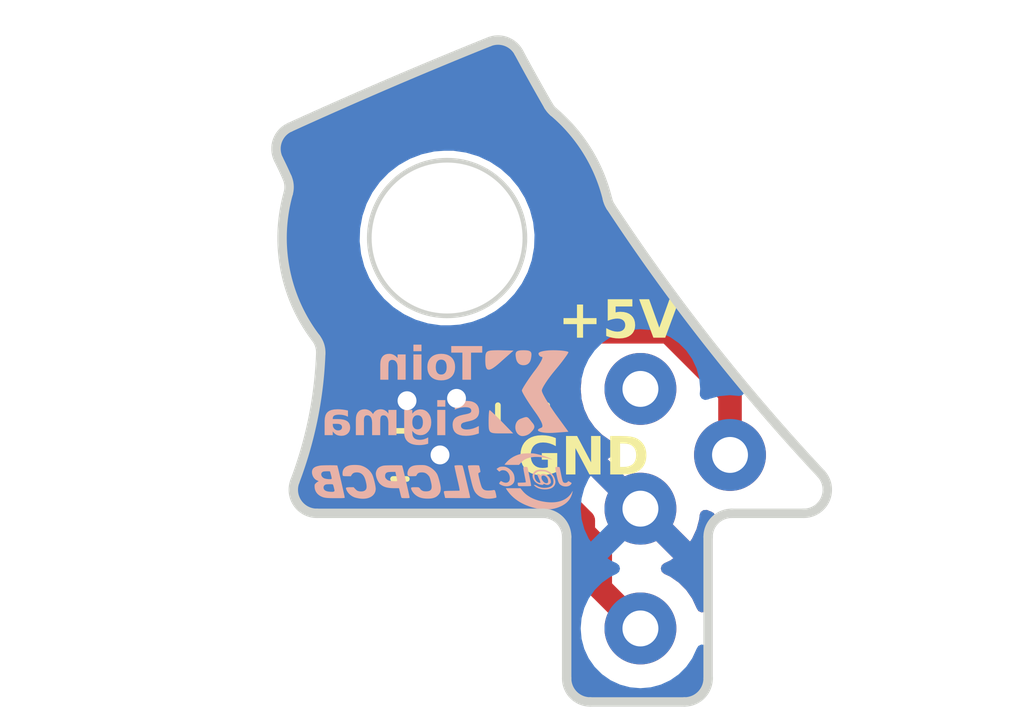
<source format=kicad_pcb>
(kicad_pcb (version 20221018) (generator pcbnew)
  (layers (0 "F.Cu" signal) (31 "B.Cu" signal) (34 "B.Paste" user) (35 "F.Paste" user) (36 "B.SilkS" user "B.Silkscreen") (37 "F.SilkS" user "F.Silkscreen") (38 "B.Mask" user) (39 "F.Mask" user) (44 "Edge.Cuts" user))
  (net 0 "")
  (net 1 "GND")
  (net 2 "+5V")
  (net 3 "Net-(U1-OUT)")
  (net 4 "Net-(J1-Pin_1)")
  (footprint "Resistor_SMD:R_0603_1608Metric_Pad0.98x0.95mm_HandSolder" (layer "F.Cu") (at 117 103.4 -90)
    (fp_text reference "R1")
    (fp_text value "39k")
  )
  (footprint "@3pare:1-pin" (layer "F.Cu") (at 121.4 104.2)
    (fp_text reference "J1")
    (fp_text value "Conn_01x01_Pin")
  )
  (footprint "MountingHole:MountingHole_3.2mm_M3" (layer "F.Cu") (at 115.4 99.6)
    (fp_text reference "REF**")
    (fp_text value "MountingHole_3.2mm_M3")
  )
  (footprint "Capacitor_SMD:C_0603_1608Metric_Pad1.08x0.95mm_HandSolder" (layer "F.Cu") (at 114.4 104.2)
    (fp_text reference "C1")
    (fp_text value "0.33μF")
  )
  (footprint "@3pare:tssp58038" (layer "B.Cu") (at 119.5 105.339847 90)
    (fp_text reference "U1")
    (fp_text value "tssp58038")
  )
  (gr_poly (pts (xy 117.623335 101.979999) (xy 117.591683 101.980967) (xy 117.561168 101.982555) (xy 117.531945 101.984743) (xy 117.504169 101.987509) (xy 117.477995 101.990834) (xy 117.453578 101.994696) (xy 117.431073 101.999075) (xy 117.410635 102.003949) (xy 117.392419 102.0093) (xy 117.384192 102.012147) (xy 117.37658 102.015105) (xy 117.3696 102.018171) (xy 117.363273 102.021344) (xy 117.357618 102.02462) (xy 117.352654 102.027996) (xy 117.3484 102.031471) (xy 117.344876 102.035041) (xy 117.342102 102.038705) (xy 117.340096 102.042459) (xy 117.338879 102.0463) (xy 117.338469 102.050227) (xy 117.338571 102.053534) (xy 117.338873 102.056833) (xy 117.33937 102.06012) (xy 117.340053 102.063388) (xy 117.340918 102.066629) (xy 117.341957 102.069839) (xy 117.343164 102.073009) (xy 117.344532 102.076135) (xy 117.346055 102.079208) (xy 117.347727 102.082224) (xy 117.349541 102.085175) (xy 117.351491 102.088055) (xy 117.35357 102.090857) (xy 117.355772 102.093575) (xy 117.358089 102.096203) (xy 117.360517 102.098734) (xy 117.363048 102.101162) (xy 117.365676 102.10348) (xy 117.368395 102.105682) (xy 117.371197 102.107761) (xy 117.374077 102.10971) (xy 117.377028 102.111524) (xy 117.380043 102.113196) (xy 117.383117 102.11472) (xy 117.386242 102.116088) (xy 117.389413 102.117295) (xy 117.392622 102.118334) (xy 117.395864 102.119198) (xy 117.399131 102.119882) (xy 117.402418 102.120378) (xy 117.405718 102.120681) (xy 117.409024 102.120783) (xy 117.412643 102.121213) (xy 117.41557 102.12249) (xy 117.417814 102.124591) (xy 117.419387 102.127494) (xy 117.420298 102.131177) (xy 117.420558 102.135619) (xy 117.419166 102.14669) (xy 117.415294 102.160531) (xy 117.409024 102.176966) (xy 117.400439 102.195819) (xy 117.389621 102.216915) (xy 117.376654 102.240078) (xy 117.36162 102.265133) (xy 117.344601 102.291903) (xy 117.32568 102.320213) (xy 117.304941 102.349887) (xy 117.282465 102.38075) (xy 117.258336 102.412626) (xy 117.232635 102.445339) (xy 117.183536 102.513524) (xy 117.137495 102.579394) (xy 117.095589 102.641296) (xy 117.058892 102.697575) (xy 117.028479 102.746578) (xy 117.015965 102.767834) (xy 117.005424 102.786651) (xy 116.996992 102.802822) (xy 116.990803 102.816141) (xy 116.986991 102.826401) (xy 116.986019 102.830319) (xy 116.985691 102.833394) (xy 116.986991 102.841711) (xy 116.990803 102.853293) (xy 116.996992 102.867935) (xy 117.005424 102.885429) (xy 117.028479 102.928148) (xy 117.058892 102.979797) (xy 117.095589 103.038722) (xy 117.137495 103.103269) (xy 117.183536 103.171785) (xy 117.232635 103.242616) (xy 117.264223 103.286195) (xy 117.292855 103.326994) (xy 117.318552 103.365043) (xy 117.341335 103.400374) (xy 117.361223 103.433018) (xy 117.370089 103.448342) (xy 117.378239 103.463006) (xy 117.385675 103.477013) (xy 117.392402 103.490369) (xy 117.39842 103.503075) (xy 117.403732 103.515137) (xy 117.408342 103.526558) (xy 117.412252 103.537342) (xy 117.415464 103.547494) (xy 117.417981 103.557016) (xy 117.419806 103.565912) (xy 117.420941 103.574188) (xy 117.421388 103.581846) (xy 117.421151 103.58889) (xy 117.420231 103.595324) (xy 117.418632 103.601152) (xy 117.416357 103.606379) (xy 117.413406 103.611007) (xy 117.409784 103.615041) (xy 117.405493 103.618485) (xy 117.400535 103.621342) (xy 117.394913 103.623616) (xy 117.365993 103.635502) (xy 117.345124 103.647263) (xy 117.33759 103.653059) (xy 117.331925 103.658777) (xy 117.328081 103.664402) (xy 117.326011 103.669918) (xy 117.325667 103.675311) (xy 117.327002 103.680564) (xy 117.329966 103.685662) (xy 117.334514 103.690589) (xy 117.340596 103.69533) (xy 117.348165 103.69987) (xy 117.367573 103.708283) (xy 117.392355 103.715704) (xy 117.422129 103.722008) (xy 117.456513 103.727073) (xy 117.495124 103.730773) (xy 117.53758 103.732984) (xy 117.583497 103.733584) (xy 117.632495 103.732447) (xy 117.684191 103.72945) (xy 117.973469 103.708283) (xy 117.691246 103.320227) (xy 117.63658 103.240852) (xy 117.584641 103.1628) (xy 117.536837 103.088056) (xy 117.494573 103.018602) (xy 117.475957 102.98648) (xy 117.459254 102.956425) (xy 117.444638 102.928685) (xy 117.432285 102.903509) (xy 117.422372 102.881143) (xy 117.415074 102.861837) (xy 117.410566 102.845838) (xy 117.409413 102.839156) (xy 117.409024 102.833394) (xy 117.410488 102.822437) (xy 117.414784 102.808245) (xy 117.421768 102.791056) (xy 117.431293 102.771107) (xy 117.443217 102.748636) (xy 117.457393 102.723881) (xy 117.491927 102.66847) (xy 117.533737 102.606776) (xy 117.581665 102.540699) (xy 117.634554 102.472141) (xy 117.691246 102.403005) (xy 117.747939 102.334834) (xy 117.800828 102.26906) (xy 117.848756 102.20742) (xy 117.890566 102.151651) (xy 117.925099 102.103489) (xy 117.939276 102.082802) (xy 117.951199 102.064669) (xy 117.960725 102.049306) (xy 117.967708 102.036929) (xy 117.972004 102.027757) (xy 117.973099 102.02444) (xy 117.973469 102.022005) (xy 117.973058 102.020021) (xy 117.971841 102.018042) (xy 117.967061 102.014109) (xy 117.959283 102.010238) (xy 117.948664 102.006461) (xy 117.935357 102.002807) (xy 117.919518 101.999309) (xy 117.880864 101.992901) (xy 117.833942 101.987485) (xy 117.779992 101.98331) (xy 117.720254 101.980623) (xy 117.655969 101.979672)) (fill solid) (layer "B.SilkS"))
  (gr_poly (pts (xy 116.993334 101.98002) (xy 116.968562 101.981133) (xy 116.946539 101.983114) (xy 116.936523 101.984462) (xy 116.927152 101.986066) (xy 116.918411 101.987939) (xy 116.910286 101.990093) (xy 116.902764 101.992542) (xy 116.895829 101.995299) (xy 116.889468 101.998376) (xy 116.883666 102.001786) (xy 116.878409 102.005542) (xy 116.873684 102.009658) (xy 116.869475 102.014146) (xy 116.865769 102.019018) (xy 116.862551 102.024289) (xy 116.859807 102.02997) (xy 116.857523 102.036075) (xy 116.855685 102.042617) (xy 116.854278 102.049609) (xy 116.853289 102.057062) (xy 116.852703 102.064992) (xy 116.852505 102.073409) (xy 116.852682 102.082328) (xy 116.85322 102.091761) (xy 116.85532 102.112222) (xy 116.858691 102.134894) (xy 116.861831 102.154157) (xy 116.86377 102.163352) (xy 116.865953 102.172253) (xy 116.868379 102.180859) (xy 116.871047 102.18917) (xy 116.873954 102.197183) (xy 116.877101 102.204898) (xy 116.880486 102.212314) (xy 116.884107 102.219428) (xy 116.887963 102.22624) (xy 116.892053 102.232749) (xy 116.896376 102.238952) (xy 116.900929 102.244849) (xy 116.905713 102.250439) (xy 116.910725 102.25572) (xy 116.915965 102.260692) (xy 116.921431 102.265351) (xy 116.927122 102.269698) (xy 116.933036 102.273731) (xy 116.939172 102.277449) (xy 116.94553 102.280851) (xy 116.952106 102.283934) (xy 116.958902 102.286699) (xy 116.965914 102.289143) (xy 116.973142 102.291265) (xy 116.980584 102.293065) (xy 116.98824 102.29454) (xy 116.996108 102.295689) (xy 117.004186 102.296512) (xy 117.012473 102.297007) (xy 117.020969 102.297172) (xy 117.029464 102.297007) (xy 117.037751 102.296512) (xy 117.045829 102.295689) (xy 117.053697 102.29454) (xy 117.061353 102.293065) (xy 117.068795 102.291265) (xy 117.076023 102.289143) (xy 117.083035 102.286699) (xy 117.089831 102.283934) (xy 117.096408 102.280851) (xy 117.102765 102.277449) (xy 117.108901 102.273731) (xy 117.114815 102.269698) (xy 117.120506 102.265351) (xy 117.125972 102.260692) (xy 117.131212 102.25572) (xy 117.136224 102.250439) (xy 117.141008 102.244849) (xy 117.145561 102.238952) (xy 117.149884 102.232749) (xy 117.153974 102.22624) (xy 117.15783 102.219428) (xy 117.161451 102.212314) (xy 117.164836 102.204898) (xy 117.167983 102.197183) (xy 117.17089 102.18917) (xy 117.175984 102.172253) (xy 117.180106 102.154157) (xy 117.183246 102.134894) (xy 117.186617 102.112222) (xy 117.188717 102.091761) (xy 117.189432 102.073409) (xy 117.189235 102.064992) (xy 117.188648 102.057062) (xy 117.187659 102.049609) (xy 117.186252 102.042617) (xy 117.184414 102.036075) (xy 117.18213 102.02997) (xy 117.179386 102.024289) (xy 117.176168 102.019018) (xy 117.172462 102.014146) (xy 117.168253 102.009658) (xy 117.163528 102.005542) (xy 117.158271 102.001786) (xy 117.152469 101.998376) (xy 117.146108 101.995299) (xy 117.139173 101.992542) (xy 117.131651 101.990093) (xy 117.123526 101.987939) (xy 117.114785 101.986066) (xy 117.095398 101.983114) (xy 117.073375 101.981133) (xy 117.048603 101.98002) (xy 117.020969 101.979672)) (fill solid) (layer "B.SilkS"))
  (gr_poly (pts (xy 112.843162 104.419227) (xy 112.784771 104.420458) (xy 112.73774 104.422366) (xy 112.708758 104.424945) (xy 112.687345 104.428836) (xy 112.667527 104.43312) (xy 112.649264 104.437829) (xy 112.640703 104.440352) (xy 112.632514 104.442991) (xy 112.624693 104.445752) (xy 112.617236 104.448637) (xy 112.610136 104.451651) (xy 112.603388 104.454797) (xy 112.596987 104.458079) (xy 112.590929 104.4615) (xy 112.585208 104.465065) (xy 112.579818 104.468777) (xy 112.574755 104.47264) (xy 112.570013 104.476658) (xy 112.565588 104.480834) (xy 112.561473 104.485172) (xy 112.557665 104.489676) (xy 112.554157 104.494349) (xy 112.550945 104.499196) (xy 112.548024 104.50422) (xy 112.545388 104.509425) (xy 112.543031 104.514815) (xy 112.54095 104.520393) (xy 112.539138 104.526163) (xy 112.537591 104.532129) (xy 112.536304 104.538294) (xy 112.535271 104.544663) (xy 112.534486 104.551239) (xy 112.533985 104.558472) (xy 112.533799 104.565742) (xy 112.533923 104.573037) (xy 112.53435 104.580345) (xy 112.535072 104.587653) (xy 112.536085 104.594949) (xy 112.53738 104.602222) (xy 112.538951 104.609458) (xy 112.540792 104.616646) (xy 112.542896 104.623773) (xy 112.545257 104.630827) (xy 112.547868 104.637795) (xy 112.550722 104.644666) (xy 112.553814 104.651426) (xy 112.557135 104.658065) (xy 112.56068 104.664569) (xy 112.564442 104.670926) (xy 112.568414 104.677124) (xy 112.57259 104.683151) (xy 112.576964 104.688995) (xy 112.581528 104.694642) (xy 112.586277 104.700081) (xy 112.591202 104.7053) (xy 112.596299 104.710287) (xy 112.60156 104.715028) (xy 112.606979 104.719512) (xy 112.612549 104.723727) (xy 112.618264 104.72766) (xy 112.624116 104.731298) (xy 112.6301 104.734631) (xy 112.636209 104.737645) (xy 112.642436 104.740328) (xy 112.648123 104.742806) (xy 112.653272 104.745208) (xy 112.655641 104.746375) (xy 112.657872 104.74752) (xy 112.659964 104.748639) (xy 112.661916 104.749732) (xy 112.663726 104.750796) (xy 112.665393 104.751832) (xy 112.666917 104.752837) (xy 112.668295 104.753809) (xy 112.669527 104.754748) (xy 112.670612 104.755652) (xy 112.671548 104.75652) (xy 112.672334 104.757349) (xy 112.672969 104.75814) (xy 112.673453 104.75889) (xy 112.673783 104.759597) (xy 112.673959 104.760261) (xy 112.673979 104.76088) (xy 112.67393 104.761173) (xy 112.673842 104.761453) (xy 112.673715 104.761722) (xy 112.673548 104.761978) (xy 112.673095 104.762454) (xy 112.672481 104.762879) (xy 112.671706 104.763252) (xy 112.670769 104.763571) (xy 112.669667 104.763836) (xy 112.668401 104.764044) (xy 112.666969 104.764195) (xy 112.66537 104.764286) (xy 112.663603 104.764317) (xy 112.662391 104.764471) (xy 112.660887 104.764926) (xy 112.659112 104.765666) (xy 112.657087 104.766676) (xy 112.654836 104.767943) (xy 112.652379 104.769451) (xy 112.649737 104.771187) (xy 112.646934 104.773136) (xy 112.64399 104.775284) (xy 112.640927 104.777615) (xy 112.634532 104.782771) (xy 112.631242 104.785568) (xy 112.627921 104.78849) (xy 112.624589 104.791524) (xy 112.621269 104.794656) (xy 112.610992 104.804611) (xy 112.606811 104.808869) (xy 112.603211 104.81278) (xy 112.600149 104.816442) (xy 112.597581 104.819956) (xy 112.596468 104.821689) (xy 112.595463 104.823421) (xy 112.59456 104.825165) (xy 112.593753 104.826935) (xy 112.593036 104.828741) (xy 112.592406 104.830598) (xy 112.591855 104.832516) (xy 112.59138 104.834509) (xy 112.59063 104.838767) (xy 112.590115 104.843471) (xy 112.589789 104.848722) (xy 112.58961 104.854617) (xy 112.589519 104.868739) (xy 112.589653 104.876965) (xy 112.590054 104.885106) (xy 112.59072 104.893158) (xy 112.591648 104.901117) (xy 112.592838 104.908982) (xy 112.594286 104.916748) (xy 112.595992 104.924414) (xy 112.597953 104.931974) (xy 112.600167 104.939428) (xy 112.602632 104.94677) (xy 112.605347 104.953999) (xy 112.608309 104.961112) (xy 112.611516 104.968104) (xy 112.614967 104.974973) (xy 112.61866 104.981717) (xy 112.622592 104.988331) (xy 112.626762 104.994812) (xy 112.631168 105.001159) (xy 112.635808 105.007367) (xy 112.640679 105.013433) (xy 112.64578 105.019355) (xy 112.65111 105.025128) (xy 112.656665 105.030751) (xy 112.662445 105.03622) (xy 112.668447 105.041532) (xy 112.674669 105.046684) (xy 112.68111 105.051672) (xy 112.687767 105.056494) (xy 112.694638 105.061146) (xy 112.701722 105.065626) (xy 112.709016 105.06993) (xy 112.716519 105.074056) (xy 112.741488 105.086439) (xy 112.753858 105.091651) (xy 112.766515 105.096259) (xy 112.779729 105.100295) (xy 112.793773 105.103796) (xy 112.80892 105.106798) (xy 112.825439 105.109333) (xy 112.843605 105.111439) (xy 112.863687 105.113151) (xy 112.91069 105.115529) (xy 112.968624 105.11675) (xy 113.039664 105.117095) (xy 113.095047 105.117015) (xy 113.118124 105.116899) (xy 113.138375 105.11672) (xy 113.155989 105.116466) (xy 113.171153 105.116127) (xy 113.184056 105.115693) (xy 113.189718 105.115438) (xy 113.194886 105.115154) (xy 113.199582 105.114842) (xy 113.20383 105.114499) (xy 113.207655 105.114125) (xy 113.211078 105.113718) (xy 113.214124 105.113277) (xy 113.216816 105.112801) (xy 113.219179 105.112288) (xy 113.221234 105.111737) (xy 113.223006 105.111146) (xy 113.224519 105.110515) (xy 113.225795 105.109843) (xy 113.226859 105.109127) (xy 113.227734 105.108366) (xy 113.228443 105.10756) (xy 113.22901 105.106707) (xy 113.229458 105.105806) (xy 113.224085 105.074348) (xy 113.207641 104.997415) (xy 113.19864 104.957719) (xy 113.011993 104.957719) (xy 113.01193 104.959326) (xy 113.011781 104.960797) (xy 113.011546 104.962147) (xy 113.011227 104.963388) (xy 113.011036 104.963972) (xy 113.010823 104.964535) (xy 113.010336 104.965602) (xy 113.009766 104.966602) (xy 113.009113 104.967549) (xy 113.008377 104.968458) (xy 113.00756 104.969341) (xy 113.006662 104.970214) (xy 113.005684 104.971088) (xy 113.004625 104.97198) (xy 113.002269 104.973867) (xy 113.00008 104.975372) (xy 112.997717 104.976717) (xy 112.995142 104.977904) (xy 112.992314 104.978938) (xy 112.989192 104.979823) (xy 112.985737 104.980564) (xy 112.981907 104.981164) (xy 112.977663 104.981628) (xy 112.972964 104.981959) (xy 112.96777 104.982163) (xy 112.955736 104.982201) (xy 112.941237 104.981777) (xy 112.923952 104.980922) (xy 112.906058 104.97959) (xy 112.897578 104.978717) (xy 112.889408 104.977705) (xy 112.881545 104.976552) (xy 112.87399 104.975259) (xy 112.866739 104.973824) (xy 112.859791 104.972246) (xy 112.853145 104.970525) (xy 112.8468 104.968659) (xy 112.840753 104.966647) (xy 112.835003 104.964489) (xy 112.829549 104.962184) (xy 112.824389 104.959731) (xy 112.819521 104.957128) (xy 112.814944 104.954376) (xy 112.810657 104.951472) (xy 112.806657 104.948417) (xy 112.802944 104.945209) (xy 112.799516 104.941848) (xy 112.79637 104.938332) (xy 112.793507 104.934661) (xy 112.790923 104.930833) (xy 112.788618 104.926848) (xy 112.78659 104.922705) (xy 112.784837 104.918403) (xy 112.783359 104.913941) (xy 112.782152 104.909318) (xy 112.781217 104.904533) (xy 112.78055 104.899586) (xy 112.780152 104.894475) (xy 112.780019 104.8892) (xy 112.780085 104.886242) (xy 112.780281 104.883324) (xy 112.780606 104.880448) (xy 112.781057 104.877615) (xy 112.781632 104.874828) (xy 112.782331 104.87209) (xy 112.78315 104.869401) (xy 112.784087 104.866766) (xy 112.785142 104.864185) (xy 112.786311 104.861661) (xy 112.787593 104.859196) (xy 112.788986 104.856793) (xy 112.790488 104.854453) (xy 112.792098 104.852179) (xy 112.793812 104.849973) (xy 112.79563 104.847837) (xy 112.797549 104.845773) (xy 112.799567 104.843784) (xy 112.801683 104.841872) (xy 112.803894 104.840039) (xy 112.806199 104.838286) (xy 112.808595 104.836617) (xy 112.811081 104.835034) (xy 112.813655 104.833538) (xy 112.816314 104.832133) (xy 112.819057 104.830819) (xy 112.821883 104.8296) (xy 112.824788 104.828477) (xy 112.827771 104.827453) (xy 112.83083 104.826529) (xy 112.833964 104.825709) (xy 112.837169 104.824995) (xy 112.842769 104.824126) (xy 112.849883 104.823374) (xy 112.867707 104.822216) (xy 112.888738 104.821522) (xy 112.911076 104.82129) (xy 112.932819 104.821522) (xy 112.952065 104.822216) (xy 112.966912 104.823374) (xy 112.972091 104.824126) (xy 112.975458 104.824995) (xy 112.976332 104.825733) (xy 112.977357 104.82713) (xy 112.978518 104.829152) (xy 112.979802 104.831763) (xy 112.982676 104.838612) (xy 112.985865 104.847396) (xy 112.989252 104.857833) (xy 112.992722 104.869643) (xy 112.996159 104.882544) (xy 112.999447 104.896256) (xy 113.0023 104.907941) (xy 113.004777 104.918198) (xy 113.006882 104.927139) (xy 113.008619 104.934874) (xy 113.009351 104.938323) (xy 113.009992 104.941513) (xy 113.010544 104.944456) (xy 113.011006 104.947167) (xy 113.011379 104.94966) (xy 113.011664 104.951947) (xy 113.011861 104.954044) (xy 113.011971 104.955963) (xy 113.011993 104.957719) (xy 113.19864 104.957719) (xy 113.155463 104.767315) (xy 113.138967 104.697514) (xy 112.952357 104.697514) (xy 112.952329 104.699092) (xy 112.952237 104.700541) (xy 112.952083 104.701867) (xy 112.951866 104.703077) (xy 112.951587 104.704176) (xy 112.951247 104.705171) (xy 112.950845 104.706067) (xy 112.950383 104.70687) (xy 112.949861 104.707588) (xy 112.94928 104.708225) (xy 112.94864 104.708788) (xy 112.947941 104.709283) (xy 112.946171 104.710282) (xy 112.943919 104.711164) (xy 112.938088 104.712584) (xy 112.930674 104.713564) (xy 112.921902 104.714123) (xy 112.911997 104.714281) (xy 112.901185 104.714058) (xy 112.88969 104.713474) (xy 112.877739 104.712547) (xy 112.865556 104.711297) (xy 112.853367 104.709745) (xy 112.841397 104.70791) (xy 112.829871 104.705811) (xy 112.819015 104.703468) (xy 112.809055 104.700901) (xy 112.800214 104.698129) (xy 112.792719 104.695172) (xy 112.787083 104.692529) (xy 112.781687 104.689637) (xy 112.776536 104.686511) (xy 112.771634 104.683167) (xy 112.766986 104.67962) (xy 112.762595 104.675887) (xy 112.758468 104.671981) (xy 112.754608 104.66792) (xy 112.75102 104.663718) (xy 112.747708 104.659392) (xy 112.744677 104.654955) (xy 112.741932 104.650425) (xy 112.739476 104.645816) (xy 112.737315 104.641144) (xy 112.735452 104.636424) (xy 112.733893 104.631672) (xy 112.732643 104.626904) (xy 112.731704 104.622135) (xy 112.731083 104.61738) (xy 112.730783 104.612655) (xy 112.73081 104.607976) (xy 112.731167 104.603358) (xy 112.731859 104.598816) (xy 112.73289 104.594366) (xy 112.734266 104.590024) (xy 112.735991 104.585804) (xy 112.738069 104.581723) (xy 112.740504 104.577797) (xy 112.743302 104.574039) (xy 112.746466 104.570467) (xy 112.750002 104.567095) (xy 112.753914 104.563939) (xy 112.756966 104.561788) (xy 112.760079 104.559826) (xy 112.763312 104.558043) (xy 112.766724 104.556431) (xy 112.770376 104.554981) (xy 112.774328 104.553682) (xy 112.778639 104.552526) (xy 112.783371 104.551504) (xy 112.788581 104.550605) (xy 112.794332 104.549821) (xy 112.800681 104.549142) (xy 112.80769 104.54856) (xy 112.823926 104.547646) (xy 112.843519 104.547006) (xy 112.857494 104.546607) (xy 112.87065 104.546465) (xy 112.882698 104.546572) (xy 112.888216 104.546715) (xy 112.893349 104.546917) (xy 112.89806 104.547178) (xy 112.902313 104.547495) (xy 112.906072 104.547868) (xy 112.909301 104.548295) (xy 112.911964 104.548777) (xy 112.914024 104.549311) (xy 112.914817 104.549598) (xy 112.915445 104.549897) (xy 112.915905 104.550209) (xy 112.916192 104.550533) (xy 112.917335 104.553292) (xy 112.919124 104.558713) (xy 112.924306 104.576286) (xy 112.931074 104.600738) (xy 112.938769 104.629556) (xy 112.941399 104.640164) (xy 112.943736 104.649795) (xy 112.945783 104.658498) (xy 112.947544 104.666322) (xy 112.949025 104.673314) (xy 112.950229 104.679525) (xy 112.95116 104.685001) (xy 112.951524 104.687479) (xy 112.951822 104.689792) (xy 112.952053 104.691946) (xy 112.952219 104.693947) (xy 112.95232 104.695801) (xy 112.952357 104.697514) (xy 113.138967 104.697514) (xy 113.100772 104.535893) (xy 113.081185 104.457306) (xy 113.071414 104.423533) (xy 113.067163 104.422301) (xy 113.056554 104.42125) (xy 113.019611 104.419686) (xy 112.967271 104.418833) (xy 112.906226 104.418683)) (fill solid) (layer "B.SilkS"))
  (gr_poly (pts (xy 117.382094 104.510872) (xy 117.37044 104.51123) (xy 117.359207 104.511915) (xy 117.34852 104.512936) (xy 117.338504 104.514298) (xy 117.32928 104.51601) (xy 117.320975 104.518078) (xy 117.314311 104.520039) (xy 117.307818 104.522213) (xy 117.301498 104.524595) (xy 117.295356 104.527178) (xy 117.289396 104.529959) (xy 117.283624 104.53293) (xy 117.278042 104.536086) (xy 117.272655 104.539421) (xy 117.267468 104.54293) (xy 117.262485 104.546607) (xy 117.25771 104.550446) (xy 117.253146 104.554442) (xy 117.2488 104.558588) (xy 117.244674 104.56288) (xy 117.240773 104.567311) (xy 117.237102 104.571877) (xy 117.233664 104.57657) (xy 117.230464 104.581386) (xy 117.227506 104.586318) (xy 117.224795 104.591362) (xy 117.222334 104.596511) (xy 117.220128 104.60176) (xy 117.218181 104.607103) (xy 117.216498 104.612534) (xy 117.215082 104.618048) (xy 117.213938 104.623639) (xy 117.21307 104.629301) (xy 117.212483 104.635029) (xy 117.212181 104.640817) (xy 117.212168 104.646659) (xy 117.212447 104.65255) (xy 117.213025 104.658483) (xy 117.214208 104.666897) (xy 117.215767 104.675199) (xy 117.217693 104.683382) (xy 117.219978 104.691438) (xy 117.222614 104.699358) (xy 117.225592 104.707135) (xy 117.228902 104.71476) (xy 117.232538 104.722226) (xy 117.23649 104.729524) (xy 117.240749 104.736647) (xy 117.245308 104.743587) (xy 117.250157 104.750335) (xy 117.255289 104.756884) (xy 117.260694 104.763225) (xy 117.272292 104.775253) (xy 117.284881 104.786355) (xy 117.298394 104.796466) (xy 117.312763 104.805524) (xy 117.32792 104.813463) (xy 117.335773 104.816993) (xy 117.343796 104.82022) (xy 117.351983 104.823135) (xy 117.360323 104.82573) (xy 117.36881 104.827998) (xy 117.377433 104.82993) (xy 117.386186 104.831519) (xy 117.395058 104.832756) (xy 117.400488 104.833358) (xy 117.405421 104.833839) (xy 117.409891 104.834191) (xy 117.413932 104.834409) (xy 117.415801 104.834466) (xy 117.417575 104.834487) (xy 117.419259 104.834471) (xy 117.420855 104.834418) (xy 117.422369 104.834326) (xy 117.423804 104.834195) (xy 117.425165 104.834025) (xy 117.426455 104.833814) (xy 117.42768 104.833562) (xy 117.428842 104.833267) (xy 117.429947 104.83293) (xy 117.430997 104.832549) (xy 117.431999 104.832124) (xy 117.432954 104.831653) (xy 117.433869 104.831136) (xy 117.434746 104.830573) (xy 117.43559 104.829962) (xy 117.436405 104.829303) (xy 117.437195 104.828594) (xy 117.437965 104.827836) (xy 117.438718 104.827027) (xy 117.439459 104.826167) (xy 117.440191 104.825254) (xy 117.440919 104.824289) (xy 117.44244 104.822297) (xy 117.443859 104.820555) (xy 117.445221 104.819065) (xy 117.446575 104.817829) (xy 117.447263 104.817307) (xy 117.447965 104.816849) (xy 117.448689 104.816456) (xy 117.44944 104.816128) (xy 117.450223 104.815865) (xy 117.451044 104.815668) (xy 117.45191 104.815536) (xy 117.452826 104.81547) (xy 117.453797 104.81547) (xy 117.45483 104.815536) (xy 117.457104 104.815869) (xy 117.459695 104.816471) (xy 117.462648 104.817344) (xy 117.466011 104.818489) (xy 117.469829 104.81991) (xy 117.479019 104.823583) (xy 117.487059 104.826651) (xy 117.494784 104.829238) (xy 117.502212 104.831343) (xy 117.509358 104.832965) (xy 117.51624 104.834104) (xy 117.519587 104.834492) (xy 117.522874 104.834758) (xy 117.526103 104.834903) (xy 117.529276 104.834926) (xy 117.532396 104.834828) (xy 117.535464 104.834608) (xy 117.538482 104.834266) (xy 117.541453 104.833801) (xy 117.544378 104.833215) (xy 117.54726 104.832506) (xy 117.5501 104.831675) (xy 117.552901 104.830721) (xy 117.555665 104.829645) (xy 117.558394 104.828445) (xy 117.56109 104.827123) (xy 117.563755 104.825677) (xy 117.566391 104.824108) (xy 117.569 104.822416) (xy 117.571584 104.820601) (xy 117.574145 104.818661) (xy 117.579208 104.814411) (xy 117.582841 104.811104) (xy 117.58608 104.80803) (xy 117.588946 104.805139) (xy 117.591456 104.802384) (xy 117.593632 104.799715) (xy 117.595492 104.797085) (xy 117.597057 104.794445) (xy 117.597735 104.793105) (xy 117.598346 104.791745) (xy 117.598894 104.790358) (xy 117.599379 104.788938) (xy 117.600175 104.785975) (xy 117.600754 104.782808) (xy 117.601136 104.779387) (xy 117.601339 104.775664) (xy 117.601385 104.771591) (xy 117.601292 104.76712) (xy 117.60108 104.7622) (xy 117.600753 104.757261) (xy 117.542519 104.757261) (xy 117.542393 104.762969) (xy 117.542007 104.768196) (xy 117.541712 104.770634) (xy 117.541347 104.772958) (xy 117.540911 104.775169) (xy 117.540403 104.77727) (xy 117.539819 104.779263) (xy 117.53916 104.781149) (xy 117.538424 104.78293) (xy 117.537608 104.784608) (xy 117.536712 104.786186) (xy 117.535733 104.787665) (xy 117.534671 104.789047) (xy 117.533523 104.790334) (xy 117.532289 104.791528) (xy 117.530967 104.792631) (xy 117.529554 104.793645) (xy 117.52805 104.794572) (xy 117.526453 104.795413) (xy 117.524761 104.796171) (xy 117.522973 104.796848) (xy 117.521088 104.797445) (xy 117.519103 104.797965) (xy 117.517018 104.798409) (xy 117.51483 104.798779) (xy 117.512539 104.799078) (xy 117.507638 104.799468) (xy 117.502303 104.799595) (xy 117.498164 104.799395) (xy 117.493961 104.798805) (xy 117.489704 104.797842) (xy 117.485408 104.79652) (xy 117.481085 104.794856) (xy 117.476748 104.792865) (xy 117.472409 104.790562) (xy 117.468083 104.787964) (xy 117.459518 104.781943) (xy 117.451155 104.774926) (xy 117.443099 104.76704) (xy 117.435451 104.758408) (xy 117.428316 104.749156) (xy 117.421798 104.739409) (xy 117.415998 104.729292) (xy 117.411021 104.71893) (xy 117.406971 104.708448) (xy 117.405325 104.703201) (xy 117.403949 104.697971) (xy 117.402857 104.692774) (xy 117.402061 104.687625) (xy 117.401573 104.682539) (xy 117.401408 104.677533) (xy 117.401457 104.675014) (xy 117.401598 104.672495) (xy 117.401827 104.669993) (xy 117.402136 104.667523) (xy 117.402519 104.665104) (xy 117.402971 104.66275) (xy 117.403485 104.660479) (xy 117.404054 104.658307) (xy 117.404673 104.656251) (xy 117.405336 104.654327) (xy 117.406035 104.652552) (xy 117.406766 104.650943) (xy 117.407522 104.649515) (xy 117.408296 104.648286) (xy 117.408688 104.647751) (xy 117.409082 104.647272) (xy 117.409478 104.64685) (xy 117.409875 104.646489) (xy 117.414599 104.643228) (xy 117.419496 104.640578) (xy 117.424545 104.638521) (xy 117.429725 104.63704) (xy 117.435016 104.636116) (xy 117.440395 104.635732) (xy 117.445843 104.63587) (xy 117.451337 104.636512) (xy 117.456857 104.637641) (xy 117.462382 104.63924) (xy 117.467891 104.641289) (xy 117.473362 104.643773) (xy 117.478775 104.646672) (xy 117.484109 104.64997) (xy 117.489342 104.653648) (xy 117.494453 104.65769) (xy 117.499422 104.662076) (xy 117.504227 104.66679) (xy 117.508848 104.671814) (xy 117.513262 104.67713) (xy 117.51745 104.68272) (xy 117.52139 104.688567) (xy 117.525061 104.694653) (xy 117.528441 104.70096) (xy 117.531511 104.707471) (xy 117.534249 104.714168) (xy 117.536633 104.721033) (xy 117.538643 104.728048) (xy 117.540258 104.735196) (xy 117.541456 104.74246) (xy 117.542217 104.749821) (xy 117.542519 104.757261) (xy 117.600753 104.757261) (xy 117.600585 104.754726) (xy 117.599637 104.747263) (xy 117.598254 104.739825) (xy 117.596449 104.732428) (xy 117.594238 104.725086) (xy 117.591638 104.717814) (xy 117.588662 104.710627) (xy 117.585327 104.70354) (xy 117.581647 104.696567) (xy 117.577639 104.689725) (xy 117.573318 104.683027) (xy 117.568698 104.676488) (xy 117.563796 104.670123) (xy 117.558626 104.663947) (xy 117.553204 104.657975) (xy 117.547546 104.652222) (xy 117.541667 104.646702) (xy 117.535582 104.641431) (xy 117.529307 104.636423) (xy 117.522856 104.631693) (xy 117.516246 104.627256) (xy 117.509491 104.623127) (xy 117.502608 104.619321) (xy 117.495611 104.615852) (xy 117.488516 104.612736) (xy 117.481338 104.609987) (xy 117.474092 104.607621) (xy 117.466795 104.605651) (xy 117.459461 104.604093) (xy 117.452105 104.602962) (xy 117.444744 104.602272) (xy 117.437392 104.602039) (xy 117.434335 104.602104) (xy 117.431259 104.602295) (xy 117.42818 104.602606) (xy 117.42511 104.603031) (xy 117.422066 104.603563) (xy 117.419061 104.604197) (xy 117.416109 104.604926) (xy 117.413226 104.605743) (xy 117.410426 104.606643) (xy 117.407722 104.60762) (xy 117.405131 104.608667) (xy 117.402665 104.609778) (xy 117.40034 104.610947) (xy 117.39817 104.612168) (xy 117.396169 104.613434) (xy 117.394353 104.614739) (xy 117.391485 104.616971) (xy 117.388941 104.618906) (xy 117.38668 104.620543) (xy 117.385643 104.62125) (xy 117.384662 104.621883) (xy 117.383732 104.622441) (xy 117.382847 104.622925) (xy 117.382003 104.623334) (xy 117.381194 104.623669) (xy 117.380415 104.623929) (xy 117.379663 104.624115) (xy 117.37893 104.624227) (xy 117.378213 104.624264) (xy 117.377506 104.624227) (xy 117.376805 104.624115) (xy 117.376104 104.623929) (xy 117.375398 104.623669) (xy 117.374682 104.623334) (xy 117.373951 104.622925) (xy 117.373201 104.622441) (xy 117.372425 104.621883) (xy 117.37162 104.62125) (xy 117.370779 104.620543) (xy 117.368973 104.618906) (xy 117.366967 104.616971) (xy 117.364719 104.614739) (xy 117.3633 104.613434) (xy 117.361696 104.612168) (xy 117.359923 104.610947) (xy 117.357994 104.609778) (xy 117.355926 104.608667) (xy 117.353731 104.60762) (xy 117.351424 104.606643) (xy 117.349021 104.605743) (xy 117.346534 104.604926) (xy 117.34398 104.604197) (xy 117.341372 104.603563) (xy 117.338724 104.603031) (xy 117.336052 104.602606) (xy 117.333369 104.602295) (xy 117.33069 104.602104) (xy 117.32803 104.602039) (xy 117.303336 104.602039) (xy 117.342142 104.689528) (xy 117.349856 104.707424) (xy 117.357024 104.724354) (xy 117.363498 104.739943) (xy 117.369129 104.753822) (xy 117.373768 104.765616) (xy 117.377265 104.774955) (xy 117.379473 104.781466) (xy 117.380046 104.783545) (xy 117.380242 104.784778) (xy 117.380168 104.785737) (xy 117.379951 104.78663) (xy 117.379595 104.787457) (xy 117.379106 104.788217) (xy 117.378489 104.788912) (xy 117.377749 104.78954) (xy 117.376891 104.790103) (xy 117.37592 104.790599) (xy 117.374842 104.791029) (xy 117.373661 104.791392) (xy 117.371014 104.791922) (xy 117.36802 104.792186) (xy 117.364719 104.792186) (xy 117.361154 104.791922) (xy 117.357366 104.791392) (xy 117.353396 104.790599) (xy 117.349285 104.78954) (xy 117.345075 104.788217) (xy 117.340808 104.78663) (xy 117.336523 104.784778) (xy 117.332264 104.782661) (xy 117.326206 104.779247) (xy 117.320342 104.7755) (xy 117.314676 104.771438) (xy 117.309216 104.767078) (xy 117.303969 104.76244) (xy 117.29894 104.75754) (xy 117.294137 104.752398) (xy 117.289567 104.747031) (xy 117.285235 104.741457) (xy 117.281148 104.735694) (xy 117.273737 104.723676) (xy 117.267387 104.71112) (xy 117.262149 104.698171) (xy 117.258078 104.684974) (xy 117.256495 104.678328) (xy 117.255225 104.671674) (xy 117.254271 104.66503) (xy 117.253643 104.658415) (xy 117.253345 104.651847) (xy 117.253385 104.645342) (xy 117.253769 104.638921) (xy 117.254504 104.6326) (xy 117.255596 104.626399) (xy 117.257052 104.620334) (xy 117.258878 104.614424) (xy 117.261082 104.608687) (xy 117.263669 104.603142) (xy 117.266647 104.597806) (xy 117.268247 104.595502) (xy 117.270123 104.593101) (xy 117.27225 104.590622) (xy 117.274607 104.588082) (xy 117.27717 104.585501) (xy 117.279918 104.582898) (xy 117.282826 104.58029) (xy 117.285874 104.577697) (xy 117.289036 104.575137) (xy 117.292292 104.572629) (xy 117.295619 104.570191) (xy 117.298992 104.567842) (xy 117.302391 104.5656) (xy 117.305792 104.563484) (xy 117.309172 104.561513) (xy 117.312508 104.559706) (xy 117.322518 104.555224) (xy 117.32723 104.553374) (xy 117.331867 104.551768) (xy 117.336521 104.550394) (xy 117.341282 104.549238) (xy 117.346241 104.548289) (xy 117.35149 104.547535) (xy 117.357119 104.546962) (xy 117.36322 104.546559) (xy 117.369883 104.546313) (xy 117.377199 104.546212) (xy 117.394154 104.546394) (xy 117.414814 104.547006) (xy 117.436111 104.547839) (xy 117.445257 104.548331) (xy 117.453564 104.548913) (xy 117.461156 104.549614) (xy 117.468156 104.550466) (xy 117.474687 104.551497) (xy 117.480871 104.552738) (xy 117.486833 104.554219) (xy 117.492694 104.55597) (xy 117.498577 104.55802) (xy 117.504607 104.5604) (xy 117.510905 104.56314) (xy 117.517595 104.566269) (xy 117.524799 104.569818) (xy 117.532642 104.573817) (xy 117.546694 104.581608) (xy 117.559997 104.590141) (xy 117.572529 104.599381) (xy 117.584268 104.609293) (xy 117.595193 104.619842) (xy 117.605282 104.630992) (xy 117.614513 104.642708) (xy 117.622864 104.654956) (xy 117.630315 104.667699) (xy 117.636842 104.680904) (xy 117.642425 104.694535) (xy 117.647041 104.708556) (xy 117.650669 104.722933) (xy 117.653287 104.73763) (xy 117.654874 104.752612) (xy 117.655408 104.767845) (xy 117.655297 104.773605) (xy 117.654963 104.779245) (xy 117.654407 104.784764) (xy 117.653631 104.79016) (xy 117.652634 104.795434) (xy 117.651418 104.800584) (xy 117.649983 104.805609) (xy 117.648331 104.810509) (xy 117.646461 104.815282) (xy 117.644375 104.819929) (xy 117.642074 104.824448) (xy 117.639558 104.828839) (xy 117.636828 104.833101) (xy 117.633885 104.837233) (xy 117.630729 104.841233) (xy 117.627362 104.845103) (xy 117.623784 104.84884) (xy 117.619996 104.852444) (xy 117.615999 104.855914) (xy 117.611793 104.85925) (xy 117.60738 104.86245) (xy 117.602759 104.865514) (xy 117.597933 104.868441) (xy 117.5929 104.87123) (xy 117.582223 104.876393) (xy 117.570733 104.880995) (xy 117.558437 104.885031) (xy 117.545342 104.888495) (xy 117.529921 104.891712) (xy 117.514385 104.894224) (xy 117.498783 104.896038) (xy 117.483164 104.89716) (xy 117.467579 104.897595) (xy 117.452076 104.89735) (xy 117.436705 104.896431) (xy 117.421517 104.894845) (xy 117.406559 104.892597) (xy 117.391883 104.889693) (xy 117.377538 104.886141) (xy 117.363573 104.881946) (xy 117.350038 104.877114) (xy 117.336982 104.871652) (xy 117.324456 104.865566) (xy 117.312508 104.858861) (xy 117.308363 104.856383) (xy 117.304148 104.853982) (xy 117.299893 104.851669) (xy 117.29563 104.849457) (xy 117.291387 104.847357) (xy 117.287195 104.84538) (xy 117.283083 104.843537) (xy 117.279083 104.84184) (xy 117.275222 104.8403) (xy 117.271532 104.838928) (xy 117.268043 104.837736) (xy 117.264784 104.836735) (xy 117.261786 104.835937) (xy 117.259078 104.835353) (xy 117.25669 104.834995) (xy 117.254653 104.834872) (xy 117.236308 104.834872) (xy 117.259592 104.858861) (xy 117.266084 104.865151) (xy 117.273107 104.871183) (xy 117.288639 104.882462) (xy 117.305972 104.892661) (xy 117.324889 104.901746) (xy 117.345174 104.909682) (xy 117.366611 104.916433) (xy 117.388985 104.921965) (xy 117.41208 104.926242) (xy 117.435678 104.929229) (xy 117.459566 104.930891) (xy 117.483525 104.931193) (xy 117.507341 104.9301) (xy 117.530797 104.927577) (xy 117.553677 104.923588) (xy 117.575766 104.918098) (xy 117.596847 104.911072) (xy 117.603178 104.908582) (xy 117.609336 104.905879) (xy 117.621117 104.899856) (xy 117.632163 104.89305) (xy 117.642444 104.885507) (xy 117.651931 104.877273) (xy 117.660595 104.868396) (xy 117.668408 104.858921) (xy 117.67534 104.848895) (xy 117.681363 104.838365) (xy 117.686447 104.827377) (xy 117.688628 104.821726) (xy 117.690564 104.815978) (xy 117.692251 104.810138) (xy 117.693685 104.804214) (xy 117.694862 104.798209) (xy 117.69578 104.792131) (xy 117.696434 104.785985) (xy 117.696821 104.779777) (xy 117.696937 104.773512) (xy 117.696779 104.767197) (xy 117.696343 104.760838) (xy 117.695625 104.754439) (xy 117.692041 104.734105) (xy 117.687129 104.7144) (xy 117.680917 104.695359) (xy 117.673433 104.677015) (xy 117.664704 104.659403) (xy 117.654759 104.642557) (xy 117.643625 104.626511) (xy 117.631331 104.611299) (xy 117.617904 104.596956) (xy 117.603372 104.583514) (xy 117.587763 104.571009) (xy 117.571105 104.559474) (xy 117.553426 104.548944) (xy 117.534754 104.539453) (xy 117.515117 104.531034) (xy 117.494542 104.523722) (xy 117.485492 104.521202) (xy 117.475624 104.518936) (xy 117.465061 104.516934) (xy 117.453928 104.515201) (xy 117.442348 104.513744) (xy 117.430446 104.512573) (xy 117.418346 104.511692) (xy 117.406171 104.511111) (xy 117.394045 104.510835)) (fill solid) (layer "B.SilkS"))
  (gr_poly (pts (xy 117.73813 104.454259) (xy 117.73089 104.454492) (xy 117.723913 104.454929) (xy 117.717376 104.45557) (xy 117.711454 104.456418) (xy 117.706325 104.457475) (xy 117.702166 104.458742) (xy 117.700505 104.459455) (xy 117.699153 104.460222) (xy 117.69784 104.461329) (xy 117.696818 104.463119) (xy 117.696099 104.465682) (xy 117.695691 104.469108) (xy 117.695606 104.473484) (xy 117.695854 104.4789) (xy 117.697389 104.493207) (xy 117.700379 104.512739) (xy 117.704907 104.538208) (xy 117.718908 104.6098) (xy 117.724572 104.637249) (xy 117.729956 104.66227) (xy 117.73511 104.685002) (xy 117.740086 104.705579) (xy 117.744933 104.724139) (xy 117.749703 104.740818) (xy 117.754446 104.755753) (xy 117.759213 104.769079) (xy 117.761621 104.775182) (xy 117.764054 104.780934) (xy 117.766519 104.786352) (xy 117.769021 104.791453) (xy 117.771566 104.796255) (xy 117.774163 104.800773) (xy 117.776815 104.805027) (xy 117.779531 104.809031) (xy 117.782316 104.812805) (xy 117.785176 104.816363) (xy 117.788119 104.819725) (xy 117.791149 104.822905) (xy 117.794274 104.825923) (xy 117.7975 104.828795) (xy 117.800834 104.831537) (xy 117.80428 104.834167) (xy 117.811014 104.83889) (xy 117.81797 104.843272) (xy 117.82513 104.847312) (xy 117.832472 104.851012) (xy 117.839977 104.854373) (xy 117.847624 104.857396) (xy 117.855391 104.860083) (xy 117.86326 104.862433) (xy 117.87121 104.864449) (xy 117.87922 104.86613) (xy 117.887269 104.867479) (xy 117.895338 104.868496) (xy 117.903406 104.869183) (xy 117.911453 104.86954) (xy 117.919458 104.869568) (xy 117.9274 104.869268) (xy 117.93526 104.868642) (xy 117.943016 104.86769) (xy 117.950649 104.866414) (xy 117.958138 104.864814) (xy 117.965463 104.862892) (xy 117.972603 104.860649) (xy 117.979538 104.858085) (xy 117.986248 104.855201) (xy 117.992711 104.851999) (xy 117.998908 104.84848) (xy 118.004818 104.844645) (xy 118.010421 104.840495) (xy 118.015697 104.83603) (xy 118.020624 104.831252) (xy 118.025183 104.826162) (xy 118.029353 104.820761) (xy 118.032439 104.816393) (xy 118.035059 104.812504) (xy 118.037177 104.809029) (xy 118.038756 104.8059) (xy 118.039333 104.804446) (xy 118.039761 104.803053) (xy 118.040037 104.801715) (xy 118.040155 104.800421) (xy 118.040112 104.799165) (xy 118.039902 104.797938) (xy 118.039522 104.796732) (xy 118.038966 104.795538) (xy 118.03823 104.794348) (xy 118.03731 104.793154) (xy 118.036201 104.791947) (xy 118.034899 104.79072) (xy 118.033399 104.789464) (xy 118.031697 104.788171) (xy 118.027666 104.785439) (xy 118.022771 104.78246) (xy 118.016977 104.779167) (xy 118.002542 104.771372) (xy 117.972908 104.754439) (xy 117.953153 104.773489) (xy 117.950995 104.775486) (xy 117.948761 104.777375) (xy 117.946453 104.779156) (xy 117.944077 104.780828) (xy 117.941638 104.782393) (xy 117.939141 104.783848) (xy 117.933992 104.786432) (xy 117.92867 104.788577) (xy 117.923213 104.790282) (xy 117.917662 104.791544) (xy 117.912054 104.792363) (xy 117.90643 104.792734) (xy 117.900829 104.792658) (xy 117.895289 104.79213) (xy 117.889851 104.79115) (xy 117.884554 104.789715) (xy 117.88197 104.788826) (xy 117.879436 104.787823) (xy 117.876957 104.786706) (xy 117.874537 104.785473) (xy 117.872182 104.784125) (xy 117.869897 104.782661) (xy 117.866558 104.779932) (xy 117.863391 104.776671) (xy 117.860355 104.772725) (xy 117.857407 104.767944) (xy 117.854504 104.762174) (xy 117.851604 104.755264) (xy 117.848664 104.747063) (xy 117.845644 104.737417) (xy 117.839188 104.713187) (xy 117.831896 104.681359) (xy 117.823431 104.640716) (xy 117.813453 104.590045) (xy 117.808711 104.565194) (xy 117.804093 104.541791) (xy 117.799723 104.520356) (xy 117.795726 104.501409) (xy 117.792224 104.485472) (xy 117.789343 104.473066) (xy 117.787205 104.464711) (xy 117.786454 104.462215) (xy 117.785936 104.460928) (xy 117.785289 104.460157) (xy 117.784287 104.459432) (xy 117.782953 104.458752) (xy 117.78131 104.458119) (xy 117.777181 104.456993) (xy 117.772078 104.456055) (xy 117.766178 104.455307) (xy 117.759655 104.454752) (xy 117.752689 104.45439) (xy 117.745455 104.454225)) (fill solid) (layer "B.SilkS"))
  (gr_poly (pts (xy 114.266007 104.418859) (xy 114.197278 104.419696) (xy 114.134013 104.421251) (xy 114.083631 104.423485) (xy 114.053547 104.426356) (xy 114.044526 104.428121) (xy 114.035484 104.430229) (xy 114.026467 104.432658) (xy 114.01752 104.435385) (xy 114.008688 104.438389) (xy 114.000019 104.441648) (xy 113.991555 104.445141) (xy 113.983344 104.448845) (xy 113.975431 104.45274) (xy 113.967861 104.456803) (xy 113.960679 104.461013) (xy 113.953931 104.465349) (xy 113.947663 104.469787) (xy 113.94192 104.474307) (xy 113.936748 104.478887) (xy 113.932191 104.483506) (xy 113.927855 104.488556) (xy 113.923597 104.49414) (xy 113.919443 104.500198) (xy 113.915424 104.506668) (xy 113.911565 104.513489) (xy 113.907895 104.520601) (xy 113.904443 104.527942) (xy 113.901235 104.535452) (xy 113.898301 104.543069) (xy 113.895667 104.550733) (xy 113.893361 104.558383) (xy 113.891413 104.565956) (xy 113.889848 104.573394) (xy 113.888697 104.580634) (xy 113.887985 104.587616) (xy 113.887742 104.594278) (xy 113.88823 104.60872) (xy 113.889664 104.623658) (xy 113.891997 104.638976) (xy 113.895183 104.654559) (xy 113.899175 104.67029) (xy 113.903927 104.686055) (xy 113.909391 104.701737) (xy 113.915523 104.717221) (xy 113.922274 104.73239) (xy 113.9296 104.74713) (xy 113.937452 104.761324) (xy 113.945785 104.774856) (xy 113.954551 104.787611) (xy 113.963706 104.799473) (xy 113.973201 104.810327) (xy 113.982992 104.820056) (xy 113.995653 104.83113) (xy 114.008815 104.841348) (xy 114.022544 104.850728) (xy 114.036911 104.859291) (xy 114.051985 104.867056) (xy 114.067836 104.874043) (xy 114.084532 104.880271) (xy 114.102142 104.885761) (xy 114.120737 104.89053) (xy 114.140384 104.894601) (xy 114.161154 104.897991) (xy 114.183116 104.90072) (xy 114.206338 104.902809) (xy 114.230891 104.904277) (xy 114.256843 104.905143) (xy 114.284264 104.905428) (xy 114.380219 104.905428) (xy 114.403502 105.002089) (xy 114.408046 105.021858) (xy 114.412598 105.040652) (xy 114.417034 105.058024) (xy 114.42123 105.073527) (xy 114.425062 105.086714) (xy 114.428407 105.097141) (xy 114.429857 105.101179) (xy 114.431139 105.104359) (xy 114.432237 105.106625) (xy 114.433136 105.107922) (xy 114.434196 105.109072) (xy 114.435795 105.11014) (xy 114.437945 105.111127) (xy 114.440654 105.112034) (xy 114.443934 105.112863) (xy 114.447795 105.113615) (xy 114.457301 105.11489) (xy 114.469254 105.115867) (xy 114.483737 105.116554) (xy 114.500833 105.116961) (xy 114.520625 105.117095) (xy 114.532583 105.117069) (xy 114.543362 105.116986) (xy 114.553026 105.116839) (xy 114.561635 105.116621) (xy 114.569252 105.116324) (xy 114.575939 105.115941) (xy 114.578953 105.115715) (xy 114.581758 105.115466) (xy 114.584361 105.115191) (xy 114.58677 105.11489) (xy 114.588994 105.114562) (xy 114.591039 105.114206) (xy 114.592914 105.113822) (xy 114.594625 105.113408) (xy 114.596182 105.112964) (xy 114.597592 105.112488) (xy 114.598861 105.11198) (xy 114.6 105.111439) (xy 114.601014 105.110864) (xy 114.601912 105.110253) (xy 114.602701 105.109607) (xy 114.60339 105.108924) (xy 114.603985 105.108203) (xy 114.604496 105.107444) (xy 114.604928 105.106645) (xy 114.605291 105.105806) (xy 114.599918 105.074319) (xy 114.583474 104.997315) (xy 114.531296 104.767051) (xy 114.524732 104.73927) (xy 114.341292 104.73927) (xy 114.34128 104.741801) (xy 114.341058 104.744109) (xy 114.340612 104.746202) (xy 114.339924 104.748089) (xy 114.33898 104.749777) (xy 114.337762 104.751275) (xy 114.336257 104.752591) (xy 114.334446 104.753733) (xy 114.332316 104.75471) (xy 114.329849 104.75553) (xy 114.32703 104.756202) (xy 114.323842 104.756732) (xy 114.3163 104.757405) (xy 114.307095 104.757614) (xy 114.2961 104.757427) (xy 114.283187 104.756908) (xy 114.251103 104.755145) (xy 114.236006 104.754163) (xy 114.222144 104.75305) (xy 114.209428 104.751771) (xy 114.197767 104.750294) (xy 114.187074 104.748585) (xy 114.177259 104.746612) (xy 114.172653 104.745516) (xy 114.168234 104.744341) (xy 114.16399 104.743083) (xy 114.159909 104.741739) (xy 114.155982 104.740304) (xy 114.152197 104.738773) (xy 114.148542 104.737144) (xy 114.145007 104.735411) (xy 114.141581 104.733571) (xy 114.138252 104.731619) (xy 114.135009 104.729551) (xy 114.131842 104.727363) (xy 114.128738 104.725052) (xy 114.125688 104.722612) (xy 114.122679 104.72004) (xy 114.119701 104.717331) (xy 114.113793 104.711488) (xy 114.107875 104.70505) (xy 114.104482 104.701082) (xy 114.101435 104.697351) (xy 114.098717 104.693812) (xy 114.09631 104.690421) (xy 114.094197 104.687133) (xy 114.09236 104.683904) (xy 114.090781 104.68069) (xy 114.089442 104.677445) (xy 114.088327 104.674126) (xy 114.087418 104.670689) (xy 114.086697 104.667088) (xy 114.086146 104.663279) (xy 114.085748 104.659218) (xy 114.085486 104.654861) (xy 114.085341 104.650162) (xy 114.085297 104.645078) (xy 114.085351 104.641159) (xy 114.085512 104.637338) (xy 114.085781 104.633616) (xy 114.086157 104.629992) (xy 114.086641 104.626466) (xy 114.087232 104.623037) (xy 114.087931 104.619705) (xy 114.088737 104.61647) (xy 114.08965 104.61333) (xy 114.090671 104.610287) (xy 114.0918 104.607338) (xy 114.093036 104.604485) (xy 114.09438 104.601726) (xy 114.095831 104.599062) (xy 114.097389 104.596491) (xy 114.099055 104.594013) (xy 114.100829 104.591629) (xy 114.10271 104.589337) (xy 114.104698 104.587138) (xy 114.106794 104.58503) (xy 114.108998 104.583014) (xy 114.111309 104.581089) (xy 114.113727 104.579254) (xy 114.116253 104.57751) (xy 114.118887 104.575856) (xy 114.121628 104.574291) (xy 114.124476 104.572815) (xy 114.127432 104.571429) (xy 114.130495 104.57013) (xy 114.133666 104.56892) (xy 114.136945 104.567797) (xy 114.14033 104.566761) (xy 114.14688 104.565445) (xy 114.155687 104.564171) (xy 114.166363 104.562979) (xy 114.178519 104.561911) (xy 114.191766 104.561008) (xy 114.205715 104.560312) (xy 114.21998 104.559864) (xy 114.234169 104.559706) (xy 114.302608 104.559706) (xy 114.314603 104.614033) (xy 114.319894 104.638651) (xy 114.325715 104.664922) (xy 114.335769 104.709989) (xy 114.339569 104.726746) (xy 114.340754 104.733504) (xy 114.341292 104.73927) (xy 114.524732 104.73927) (xy 114.476605 104.535595) (xy 114.457019 104.457104) (xy 114.447247 104.423533) (xy 114.442523 104.422193) (xy 114.430822 104.421079) (xy 114.390196 104.41951) (xy 114.332786 104.418783)) (fill solid) (layer "B.SilkS"))
  (gr_poly (pts (xy 117.072438 103.397149) (xy 117.065844 103.397783) (xy 117.058866 103.398889) (xy 117.051457 103.400455) (xy 117.043568 103.402469) (xy 117.026162 103.407784) (xy 117.006265 103.414733) (xy 116.957469 103.433116) (xy 116.944012 103.438954) (xy 116.931424 103.445839) (xy 116.919703 103.4537) (xy 116.908851 103.462468) (xy 116.898867 103.472074) (xy 116.889752 103.482447) (xy 116.881504 103.493517) (xy 116.874125 103.505215) (xy 116.867614 103.517472) (xy 116.86197 103.530216) (xy 116.857196 103.54338) (xy 116.853289 103.556892) (xy 116.85025 103.570683) (xy 116.84808 103.584683) (xy 116.846778 103.598823) (xy 116.846344 103.613033) (xy 116.846778 103.627243) (xy 116.84808 103.641383) (xy 116.85025 103.655383) (xy 116.853289 103.669174) (xy 116.857196 103.682686) (xy 116.86197 103.69585) (xy 116.867614 103.708594) (xy 116.874125 103.720851) (xy 116.881504 103.732549) (xy 116.889752 103.743619) (xy 116.898867 103.753992) (xy 116.908851 103.763597) (xy 116.919703 103.772366) (xy 116.931424 103.780227) (xy 116.944012 103.787112) (xy 116.957469 103.79295) (xy 116.962902 103.79479) (xy 116.968607 103.796343) (xy 116.980757 103.7986) (xy 116.993776 103.79974) (xy 117.007519 103.799785) (xy 117.02184 103.798755) (xy 117.036595 103.79667) (xy 117.05164 103.793553) (xy 117.06683 103.789422) (xy 117.082019 103.784299) (xy 117.097064 103.778205) (xy 117.111819 103.771159) (xy 117.12614 103.763184) (xy 117.139883 103.754299) (xy 117.152902 103.744525) (xy 117.165053 103.733884) (xy 117.170757 103.728244) (xy 117.176191 103.722394) (xy 117.192396 103.705753) (xy 117.206618 103.690134) (xy 117.218855 103.675405) (xy 117.224229 103.668331) (xy 117.229107 103.66143) (xy 117.23349 103.654683) (xy 117.237376 103.648075) (xy 117.240766 103.641588) (xy 117.24366 103.635206) (xy 117.246057 103.628911) (xy 117.247959 103.622688) (xy 117.249365 103.616519) (xy 117.250274 103.610387) (xy 117.250688 103.604276) (xy 117.250605 103.598169) (xy 117.250026 103.592049) (xy 117.248951 103.585899) (xy 117.24738 103.579703) (xy 117.245313 103.573444) (xy 117.24275 103.567104) (xy 117.239691 103.560667) (xy 117.236135 103.554117) (xy 117.232084 103.547437) (xy 117.227536 103.540609) (xy 117.222493 103.533617) (xy 117.216953 103.526444) (xy 117.210917 103.519073) (xy 117.197357 103.503672) (xy 117.164767 103.461862) (xy 117.151236 103.445164) (xy 117.139039 103.431132) (xy 117.133321 103.425084) (xy 117.127792 103.419663) (xy 117.122406 103.414858) (xy 117.117114 103.410654) (xy 117.111869 103.40704) (xy 117.106622 103.404002) (xy 117.101326 103.401527) (xy 117.095934 103.399602) (xy 117.090396 103.398215) (xy 117.084667 103.397353) (xy 117.078696 103.397002)) (fill solid) (layer "B.SilkS"))
  (gr_poly (pts (xy 117.108691 104.165829) (xy 117.070011 104.167177) (xy 117.034001 104.169335) (xy 117.003035 104.172254) (xy 116.990185 104.173983) (xy 116.979486 104.175883) (xy 116.956372 104.181057) (xy 116.933611 104.187044) (xy 116.911227 104.193831) (xy 116.889241 104.201405) (xy 116.867677 104.209751) (xy 116.846558 104.218858) (xy 116.825905 104.22871) (xy 116.805743 104.239295) (xy 116.786093 104.2506) (xy 116.766979 104.26261) (xy 116.748422 104.275313) (xy 116.730447 104.288695) (xy 116.713075 104.302743) (xy 116.696329 104.317442) (xy 116.680233 104.332781) (xy 116.664808 104.348744) (xy 116.655515 104.358925) (xy 116.646816 104.368676) (xy 116.638912 104.377766) (xy 116.632 104.385963) (xy 116.626278 104.393035) (xy 116.623926 104.396077) (xy 116.621946 104.398751) (xy 116.620362 104.401028) (xy 116.619201 104.402879) (xy 116.618485 104.404276) (xy 116.618303 104.404795) (xy 116.618241 104.405189) (xy 116.619039 104.405842) (xy 116.621377 104.406475) (xy 116.630357 104.407669) (xy 116.644547 104.408748) (xy 116.663309 104.409687) (xy 116.712003 104.411043) (xy 116.771347 104.411539) (xy 116.925158 104.411539) (xy 116.969608 104.36215) (xy 116.975825 104.355373) (xy 116.981804 104.349042) (xy 116.987588 104.343125) (xy 116.993222 104.337588) (xy 116.998749 104.332398) (xy 117.004211 104.327523) (xy 117.009652 104.322928) (xy 117.015117 104.318582) (xy 117.020647 104.314451) (xy 117.026287 104.310501) (xy 117.03208 104.306701) (xy 117.038069 104.303016) (xy 117.044298 104.299414) (xy 117.050811 104.295861) (xy 117.057649 104.292325) (xy 117.064858 104.288772) (xy 117.088335 104.278205) (xy 117.112742 104.268992) (xy 117.1381 104.261131) (xy 117.16443 104.254619) (xy 117.191751 104.249455) (xy 117.220086 104.245637) (xy 117.249454 104.243162) (xy 117.279876 104.242029) (xy 117.311373 104.242236) (xy 117.343966 104.243779) (xy 117.377675 104.246658) (xy 117.412521 104.250871) (xy 117.448524 104.256414) (xy 117.485706 104.263287) (xy 117.524086 104.271487) (xy 117.563686 104.281011) (xy 117.577133 104.284339) (xy 117.589769 104.287394) (xy 117.601315 104.290102) (xy 117.611487 104.292388) (xy 117.620006 104.294178) (xy 117.626591 104.295398) (xy 117.629069 104.295771) (xy 117.630959 104.295973) (xy 117.632224 104.295995) (xy 117.632612 104.295936) (xy 117.63283 104.295828) (xy 117.632815 104.295367) (xy 117.632128 104.294655) (xy 117.628863 104.292529) (xy 117.615644 104.28584) (xy 117.595165 104.276604) (xy 117.569419 104.265665) (xy 117.540399 104.253867) (xy 117.510097 104.242051) (xy 117.480506 104.231063) (xy 117.453619 104.221744) (xy 117.429738 104.214118) (xy 117.402797 104.206244) (xy 117.373971 104.198403) (xy 117.344435 104.190876) (xy 117.315361 104.183945) (xy 117.287924 104.17789) (xy 117.263298 104.172992) (xy 117.242658 104.169533) (xy 117.230843 104.168209) (xy 117.217025 104.167144) (xy 117.184571 104.165763) (xy 117.147669 104.165341)) (fill solid) (layer "B.SilkS"))
  (gr_poly (pts (xy 116.456076 101.979801) (xy 116.412151 101.980375) (xy 116.373766 101.981672) (xy 116.340548 101.983971) (xy 116.325761 101.985584) (xy 116.312126 101.987553) (xy 116.299597 101.989911) (xy 116.288128 101.992694) (xy 116.277671 101.995938) (xy 116.268181 101.999676) (xy 116.25961 102.003944) (xy 116.251913 102.008776) (xy 116.245043 102.014208) (xy 116.238953 102.020274) (xy 116.233596 102.027009) (xy 116.228927 102.034449) (xy 116.224899 102.042627) (xy 116.221465 102.05158) (xy 116.218579 102.061341) (xy 116.216194 102.071945) (xy 116.214264 102.083428) (xy 116.212742 102.095825) (xy 116.210737 102.123498) (xy 116.209807 102.155243) (xy 116.20958 102.191339) (xy 116.210522 102.238467) (xy 116.21348 102.279312) (xy 116.215776 102.297379) (xy 116.218649 102.313874) (xy 116.222124 102.328798) (xy 116.226226 102.342151) (xy 116.23098 102.353933) (xy 116.236408 102.364144) (xy 116.242537 102.372785) (xy 116.249391 102.379854) (xy 116.256994 102.385352) (xy 116.265371 102.38928) (xy 116.274547 102.391636) (xy 116.284545 102.392422) (xy 116.295391 102.391636) (xy 116.307109 102.38928) (xy 116.319723 102.385352) (xy 116.333259 102.379854) (xy 116.34774 102.372785) (xy 116.363191 102.364144) (xy 116.379638 102.353933) (xy 116.397103 102.342151) (xy 116.43519 102.313874) (xy 116.477649 102.279312) (xy 116.524677 102.238467) (xy 116.576469 102.191339) (xy 116.809302 101.986727) (xy 116.505913 101.979672)) (fill solid) (layer "B.SilkS"))
  (gr_poly (pts (xy 116.579083 104.447787) (xy 116.570305 104.447981) (xy 116.561646 104.448364) (xy 116.553221 104.448936) (xy 116.54515 104.449694) (xy 116.537551 104.450639) (xy 116.53054 104.451768) (xy 116.524237 104.453081) (xy 116.518758 104.454578) (xy 116.516158 104.455576) (xy 116.513399 104.456712) (xy 116.507502 104.459351) (xy 116.501259 104.462404) (xy 116.494858 104.465779) (xy 116.48849 104.469385) (xy 116.482345 104.473132) (xy 116.479416 104.47503) (xy 116.476614 104.476928) (xy 116.473962 104.478817) (xy 116.471486 104.480683) (xy 116.447497 104.497617) (xy 116.474308 104.525133) (xy 116.477084 104.528) (xy 116.479842 104.530772) (xy 116.482568 104.533437) (xy 116.485244 104.535981) (xy 116.487854 104.538394) (xy 116.490382 104.540661) (xy 116.49281 104.542772) (xy 116.495122 104.544713) (xy 116.497302 104.546472) (xy 116.499333 104.548036) (xy 116.501199 104.549395) (xy 116.502883 104.550533) (xy 116.504369 104.551441) (xy 116.505639 104.552104) (xy 116.506189 104.552341) (xy 116.506678 104.552512) (xy 116.507106 104.552615) (xy 116.507469 104.55265) (xy 116.508212 104.552577) (xy 116.509108 104.552362) (xy 116.510147 104.552013) (xy 116.511317 104.551537) (xy 116.512607 104.55094) (xy 116.514005 104.550232) (xy 116.515501 104.549417) (xy 116.517082 104.548505) (xy 116.520457 104.546414) (xy 116.524039 104.544018) (xy 116.527736 104.541374) (xy 116.531458 104.538539) (xy 116.533795 104.536809) (xy 116.5363 104.53519) (xy 116.541784 104.532288) (xy 116.54784 104.529833) (xy 116.5544 104.527823) (xy 116.561393 104.526261) (xy 116.568752 104.525144) (xy 116.576406 104.524475) (xy 116.584287 104.524251) (xy 116.592324 104.524475) (xy 116.60045 104.525144) (xy 116.608594 104.526261) (xy 116.616687 104.527823) (xy 116.624661 104.529833) (xy 116.632445 104.532288) (xy 116.639971 104.53519) (xy 116.647169 104.538539) (xy 116.657003 104.544216) (xy 116.666372 104.550879) (xy 116.675244 104.558459) (xy 116.683583 104.566882) (xy 116.691355 104.576079) (xy 116.698527 104.585978) (xy 116.705065 104.596507) (xy 116.710934 104.607595) (xy 116.7161 104.619171) (xy 116.720529 104.631164) (xy 116.724187 104.643502) (xy 116.72704 104.656113) (xy 116.729054 104.668927) (xy 116.730195 104.681873) (xy 116.730428 104.694878) (xy 116.729719 104.707872) (xy 116.728811 104.714999) (xy 116.727549 104.721824) (xy 116.725941 104.728344) (xy 116.723998 104.734555) (xy 116.721728 104.740454) (xy 116.71914 104.746036) (xy 116.716245 104.751298) (xy 116.713051 104.756236) (xy 116.709567 104.760846) (xy 116.705803 104.765126) (xy 116.701769 104.769069) (xy 116.697473 104.772675) (xy 116.692925 104.775937) (xy 116.688134 104.778853) (xy 116.68311 104.781419) (xy 116.677861 104.783631) (xy 116.672397 104.785486) (xy 116.666728 104.786979) (xy 116.660862 104.788107) (xy 116.654809 104.788867) (xy 116.648579 104.789253) (xy 116.642179 104.789264) (xy 116.635621 104.788894) (xy 116.628913 104.78814) (xy 116.622064 104.786999) (xy 116.615084 104.785467) (xy 116.607983 104.783539) (xy 116.600768 104.781213) (xy 116.59345 104.778484) (xy 116.586038 104.775349) (xy 116.578541 104.771804) (xy 116.570969 104.767845) (xy 116.54063 104.751617) (xy 116.519464 104.777017) (xy 116.516933 104.780125) (xy 116.514632 104.783101) (xy 116.512559 104.785942) (xy 116.51071 104.788647) (xy 116.509085 104.791217) (xy 116.507682 104.793648) (xy 116.507062 104.794812) (xy 116.506497 104.795942) (xy 116.505986 104.797036) (xy 116.505529 104.798095) (xy 116.505126 104.799119) (xy 116.504776 104.800108) (xy 116.50448 104.801062) (xy 116.504236 104.80198) (xy 116.504046 104.802862) (xy 116.503907 104.803709) (xy 116.503821 104.804519) (xy 116.503787 104.805294) (xy 116.503805 104.806033) (xy 116.503874 104.806735) (xy 116.503994 104.8074) (xy 116.504165 104.808029) (xy 116.504386 104.808622) (xy 116.504658 104.809178) (xy 116.504981 104.809696) (xy 116.505353 104.810178) (xy 116.508535 104.813477) (xy 116.512721 104.816992) (xy 116.517806 104.820675) (xy 116.523686 104.824476) (xy 116.530256 104.828348) (xy 116.537413 104.832242) (xy 116.545051 104.836108) (xy 116.553066 104.839899) (xy 116.561354 104.843567) (xy 116.56981 104.847061) (xy 116.578331 104.850334) (xy 116.586811 104.853338) (xy 116.595147 104.856023) (xy 116.603233 104.858342) (xy 116.610966 104.860245) (xy 116.618241 104.861683) (xy 116.626686 104.86305) (xy 116.635081 104.864111) (xy 116.643417 104.864869) (xy 116.651686 104.865327) (xy 116.65988 104.86549) (xy 116.66799 104.865361) (xy 116.676008 104.864943) (xy 116.683924 104.864241) (xy 116.691731 104.863258) (xy 116.69942 104.861997) (xy 116.706982 104.860462) (xy 116.714409 104.858657) (xy 116.721693 104.856586) (xy 116.728824 104.854251) (xy 116.735794 104.851657) (xy 116.742596 104.848807) (xy 116.749219 104.845705) (xy 116.755656 104.842354) (xy 116.761899 104.838759) (xy 116.767938 104.834922) (xy 116.773765 104.830847) (xy 116.779372 104.826539) (xy 116.78475 104.821999) (xy 116.78989 104.817233) (xy 116.794784 104.812244) (xy 116.799424 104.807035) (xy 116.803801 104.80161) (xy 116.807906 104.795973) (xy 116.811732 104.790127) (xy 116.815268 104.784076) (xy 116.818508 104.777823) (xy 116.821442 104.771372) (xy 116.824013 104.764086) (xy 116.826175 104.756042) (xy 116.82793 104.747326) (xy 116.82928 104.738024) (xy 116.830229 104.728222) (xy 116.83078 104.718005) (xy 116.830937 104.70746) (xy 116.830702 104.696672) (xy 116.830078 104.685726) (xy 116.829069 104.67471) (xy 116.827677 104.663708) (xy 116.825906 104.652806) (xy 116.823759 104.64209) (xy 116.821239 104.631646) (xy 116.818349 104.62156) (xy 116.815092 104.611917) (xy 116.809669 104.599011) (xy 116.803231 104.586256) (xy 116.795835 104.573707) (xy 116.787542 104.561414) (xy 116.778409 104.549432) (xy 116.768496 104.537813) (xy 116.757861 104.526609) (xy 116.746564 104.515873) (xy 116.734664 104.505658) (xy 116.722219 104.496017) (xy 116.709288 104.487002) (xy 116.69593 104.478666) (xy 116.682204 104.471062) (xy 116.668169 104.464242) (xy 116.653884 104.458259) (xy 116.639408 104.453167) (xy 116.633929 104.451811) (xy 116.627626 104.450652) (xy 116.620616 104.449689) (xy 116.613016 104.448922) (xy 116.604945 104.44835) (xy 116.596521 104.44797) (xy 116.587861 104.447783)) (fill solid) (layer "B.SilkS"))
  (gr_poly (pts (xy 116.3 103.25) (xy 116.298739 103.250972) (xy 116.296341 103.254784) (xy 116.294109 103.260974) (xy 116.292041 103.269405) (xy 116.288403 103.29246) (xy 116.285427 103.322873) (xy 116.283112 103.35957) (xy 116.281458 103.401477) (xy 116.280466 103.447517) (xy 116.280135 103.496616) (xy 116.280276 103.538922) (xy 116.280934 103.576102) (xy 116.282461 103.608485) (xy 116.285206 103.636404) (xy 116.287146 103.648793) (xy 116.289523 103.660189) (xy 116.29238 103.670635) (xy 116.295762 103.680171) (xy 116.299712 103.688839) (xy 116.304275 103.69668) (xy 116.309494 103.703735) (xy 116.315413 103.710047) (xy 116.322076 103.715655) (xy 116.329528 103.720603) (xy 116.337811 103.72493) (xy 116.34697 103.728678) (xy 116.357049 103.731889) (xy 116.368092 103.734604) (xy 116.380143 103.736864) (xy 116.393245 103.73871) (xy 116.422779 103.741328) (xy 116.457048 103.742789) (xy 116.496401 103.743423) (xy 116.541191 103.743561) (xy 116.802246 103.743561) (xy 116.562357 103.496616) (xy 116.466997 103.401477) (xy 116.424567 103.35957) (xy 116.38685 103.322873) (xy 116.354756 103.29246) (xy 116.341101 103.279946) (xy 116.329193 103.269405) (xy 116.319146 103.260974) (xy 116.311072 103.254784) (xy 116.305086 103.250972) (xy 116.302912 103.25) (xy 116.301302 103.249672)) (fill solid) (layer "B.SilkS"))
  (gr_poly (pts (xy 117.05745 104.453431) (xy 117.050039 104.453823) (xy 117.042878 104.454532) (xy 117.036152 104.455554) (xy 117.030043 104.456882) (xy 117.024737 104.458512) (xy 117.022442 104.459439) (xy 117.020416 104.460439) (xy 117.018683 104.461512) (xy 117.017266 104.462657) (xy 117.016187 104.463874) (xy 117.015469 104.465161) (xy 117.015227 104.466967) (xy 117.015287 104.470213) (xy 117.016263 104.480705) (xy 117.018297 104.495993) (xy 117.02129 104.515432) (xy 117.029757 104.564182) (xy 117.040869 104.621795) (xy 117.061154 104.727363) (xy 117.06746 104.761395) (xy 117.069191 104.771553) (xy 117.069797 104.776311) (xy 117.069512 104.777461) (xy 117.068644 104.778531) (xy 117.067169 104.779525) (xy 117.065068 104.780445) (xy 117.062317 104.781295) (xy 117.058895 104.782078) (xy 117.049953 104.783455) (xy 117.038068 104.7846) (xy 117.023065 104.785539) (xy 117.004772 104.786295) (xy 116.983014 104.786895) (xy 116.896936 104.789011) (xy 116.898347 104.810178) (xy 116.89956 104.82886) (xy 116.900282 104.836283) (xy 116.901434 104.842556) (xy 116.90328 104.847775) (xy 116.904547 104.850019) (xy 116.906086 104.852036) (xy 116.907931 104.853837) (xy 116.910116 104.855435) (xy 116.912672 104.856841) (xy 116.915633 104.858067) (xy 116.922904 104.860031) (xy 116.932192 104.86142) (xy 116.943762 104.862332) (xy 116.957878 104.862863) (xy 116.99481 104.863165) (xy 117.045103 104.863095) (xy 117.066879 104.863076) (xy 117.086262 104.863015) (xy 117.103387 104.862899) (xy 117.118392 104.86272) (xy 117.131413 104.862466) (xy 117.137221 104.862308) (xy 117.142585 104.862127) (xy 117.147521 104.861923) (xy 117.152046 104.861693) (xy 117.156177 104.861438) (xy 117.159932 104.861154) (xy 117.163327 104.860842) (xy 117.166379 104.860499) (xy 117.169106 104.860125) (xy 117.171524 104.859718) (xy 117.173651 104.859277) (xy 117.175503 104.858801) (xy 117.177098 104.858288) (xy 117.177804 104.858017) (xy 117.178453 104.857737) (xy 117.179045 104.857447) (xy 117.179584 104.857146) (xy 117.180071 104.856836) (xy 117.180509 104.856515) (xy 117.1809 104.856184) (xy 117.181246 104.855843) (xy 117.181548 104.85549) (xy 117.18181 104.855127) (xy 117.182032 104.854752) (xy 117.182219 104.854366) (xy 117.18237 104.853969) (xy 117.18249 104.85356) (xy 117.182579 104.85314) (xy 117.18264 104.852707) (xy 117.182686 104.851806) (xy 117.179551 104.828328) (xy 117.171232 104.781724) (xy 117.145556 104.650987) (xy 117.11869 104.523292) (xy 117.108882 104.480492) (xy 117.103664 104.462339) (xy 117.102434 104.461128) (xy 117.100875 104.460006) (xy 117.099011 104.458975) (xy 117.096865 104.458033) (xy 117.094459 104.457179) (xy 117.091816 104.456412) (xy 117.085915 104.45514) (xy 117.079343 104.454211) (xy 117.072286 104.45362) (xy 117.064927 104.453362)) (fill solid) (layer "B.SilkS"))
  (gr_poly (pts (xy 115.639283 104.417801) (xy 115.624043 104.418127) (xy 115.609303 104.418772) (xy 115.595497 104.419734) (xy 115.583059 104.421009) (xy 115.572424 104.422594) (xy 115.564026 104.424486) (xy 115.560801 104.425546) (xy 115.558298 104.426681) (xy 115.556571 104.427892) (xy 115.555675 104.429178) (xy 115.556068 104.43618) (xy 115.558684 104.452252) (xy 115.569698 104.507406) (xy 115.586929 104.586241) (xy 115.608592 104.680356) (xy 115.630894 104.775495) (xy 115.640552 104.818195) (xy 115.648896 104.856215) (xy 115.655686 104.888481) (xy 115.660681 104.913917) (xy 115.663643 104.931448) (xy 115.664286 104.936914) (xy 115.66433 104.94) (xy 115.662214 104.958345) (xy 115.502758 104.960461) (xy 115.459948 104.961033) (xy 115.424728 104.961729) (xy 115.409753 104.962142) (xy 115.39642 104.962607) (xy 115.384647 104.963132) (xy 115.374347 104.963724) (xy 115.365436 104.964391) (xy 115.35783 104.96514) (xy 115.351443 104.965977) (xy 115.346191 104.96691) (xy 115.343964 104.967415) (xy 115.341989 104.967947) (xy 115.340255 104.968507) (xy 115.338752 104.969095) (xy 115.33747 104.969712) (xy 115.336396 104.97036) (xy 115.335522 104.971039) (xy 115.334836 104.97175) (xy 115.333745 104.973218) (xy 115.332854 104.974994) (xy 115.332166 104.977105) (xy 115.331683 104.979577) (xy 115.331406 104.982438) (xy 115.331338 104.985715) (xy 115.331481 104.989434) (xy 115.331837 104.993622) (xy 115.332408 104.998307) (xy 115.333196 105.003514) (xy 115.335431 105.015605) (xy 115.338559 105.03011) (xy 115.342597 105.047245) (xy 115.358825 105.113567) (xy 115.621997 105.115683) (xy 115.695704 105.116073) (xy 115.754851 105.116158) (xy 115.779437 105.116072) (xy 115.800951 105.115894) (xy 115.81958 105.11562) (xy 115.835516 105.115242) (xy 115.848946 105.114758) (xy 115.86006 105.114161) (xy 115.869047 105.113446) (xy 115.876096 105.112608) (xy 115.878953 105.112141) (xy 115.881397 105.111641) (xy 115.88345 105.111109) (xy 115.885138 105.110542) (xy 115.886482 105.109941) (xy 115.887508 105.109304) (xy 115.888238 105.108631) (xy 115.888697 105.107922) (xy 115.888866 105.10597) (xy 115.888592 105.102293) (xy 115.886801 105.09014) (xy 115.883488 105.072216) (xy 115.878819 105.049273) (xy 115.866075 104.99134) (xy 115.849892 104.922361) (xy 115.770869 104.591456) (xy 115.763491 104.560083) (xy 115.756295 104.530447) (xy 115.749463 104.503225) (xy 115.743176 104.479096) (xy 115.737617 104.458737) (xy 115.732968 104.442826) (xy 115.72941 104.432041) (xy 115.728097 104.428783) (xy 115.727125 104.427061) (xy 115.725716 104.425848) (xy 115.723509 104.424721) (xy 115.716922 104.422725) (xy 115.707796 104.421069) (xy 115.696565 104.419752) (xy 115.683665 104.41877) (xy 115.669528 104.418119) (xy 115.65459 104.417797)) (fill solid) (layer "B.SilkS"))
  (gr_poly (pts (xy 116.657047 104.925889) (xy 116.659955 104.931066) (xy 116.664301 104.937939) (xy 116.669871 104.946216) (xy 116.67645 104.955611) (xy 116.683822 104.965831) (xy 116.691774 104.97659) (xy 116.700089 104.987596) (xy 116.708553 104.998561) (xy 116.734294 105.029324) (xy 116.761752 105.058894) (xy 116.79089 105.087253) (xy 116.821673 105.114383) (xy 116.854064 105.140263) (xy 116.888027 105.164877) (xy 116.923526 105.188204) (xy 116.960524 105.210228) (xy 116.998986 105.230928) (xy 117.038875 105.250287) (xy 117.080156 105.268286) (xy 117.122791 105.284907) (xy 117.166745 105.300129) (xy 117.211982 105.313936) (xy 117.258465 105.326309) (xy 117.306158 105.337228) (xy 117.327729 105.34132) (xy 117.350498 105.344866) (xy 117.374259 105.347864) (xy 117.398806 105.350314) (xy 117.423932 105.352213) (xy 117.44943 105.353562) (xy 117.475093 105.354358) (xy 117.500715 105.354602) (xy 117.526089 105.354292) (xy 117.551008 105.353427) (xy 117.575266 105.352005) (xy 117.598655 105.350027) (xy 117.62097 105.347491) (xy 117.642003 105.344395) (xy 117.661547 105.340739) (xy 117.679397 105.336522) (xy 117.717664 105.325615) (xy 117.753892 105.313522) (xy 117.788093 105.300232) (xy 117.820277 105.285733) (xy 117.850456 105.270016) (xy 117.878641 105.253067) (xy 117.891989 105.244127) (xy 117.904844 105.234876) (xy 117.917205 105.225311) (xy 117.929076 105.215431) (xy 117.940456 105.205235) (xy 117.951348 105.194722) (xy 117.961753 105.183889) (xy 117.971672 105.172736) (xy 117.981107 105.16126) (xy 117.990059 105.149462) (xy 117.99853 105.137338) (xy 118.006521 105.124889) (xy 118.014034 105.112112) (xy 118.021069 105.099005) (xy 118.027629 105.085568) (xy 118.033714 105.0718) (xy 118.039327 105.057698) (xy 118.044468 105.043261) (xy 118.049139 105.028488) (xy 118.053342 105.013378) (xy 118.058161 104.994233) (xy 118.060006 104.986541) (xy 118.061466 104.980073) (xy 118.062534 104.974809) (xy 118.063201 104.970726) (xy 118.063383 104.969121) (xy 118.063462 104.967803) (xy 118.063437 104.966769) (xy 118.063308 104.966017) (xy 118.063073 104.965545) (xy 118.062732 104.965348) (xy 118.062283 104.965425) (xy 118.061727 104.965774) (xy 118.061061 104.96639) (xy 118.060286 104.967272) (xy 118.058402 104.969821) (xy 118.056067 104.973399) (xy 118.053274 104.977986) (xy 118.046286 104.990095) (xy 118.028138 105.019005) (xy 118.007862 105.045926) (xy 117.985513 105.070835) (xy 117.961145 105.093712) (xy 117.934814 105.114534) (xy 117.906574 105.13328) (xy 117.876479 105.149927) (xy 117.844585 105.164455) (xy 117.810947 105.176841) (xy 117.775619 105.187064) (xy 117.738655 105.195103) (xy 117.700112 105.200934) (xy 117.660043 105.204538) (xy 117.618503 105.205891) (xy 117.575547 105.204973) (xy 117.53123 105.201761) (xy 117.486652 105.19667) (xy 117.44342 105.190133) (xy 117.401559 105.182162) (xy 117.361092 105.172767) (xy 117.322043 105.161958) (xy 117.284436 105.149746) (xy 117.248295 105.13614) (xy 117.213642 105.121152) (xy 117.180503 105.10479) (xy 117.148901 105.087067) (xy 117.118859 105.067992) (xy 117.090402 105.047575) (xy 117.063552 105.025827) (xy 117.038335 105.002759) (xy 117.014774 104.978379) (xy 116.992892 104.9527) (xy 116.954792 104.905428) (xy 116.645758 104.905428)) (fill solid) (layer "B.SilkS"))
  (gr_poly (pts (xy 114.834735 104.413999) (xy 114.812019 104.414361) (xy 114.793057 104.414893) (xy 114.775285 104.415706) (xy 114.758635 104.416817) (xy 114.74304 104.418242) (xy 114.728433 104.419997) (xy 114.714748 104.4221) (xy 114.701916 104.424567) (xy 114.68987 104.427414) (xy 114.678544 104.430658) (xy 114.66787 104.434315) (xy 114.65778 104.438402) (xy 114.648209 104.442936) (xy 114.639088 104.447933) (xy 114.630351 104.453409) (xy 114.62193 104.459382) (xy 114.613758 104.465867) (xy 114.609584 104.469594) (xy 114.60553 104.47362) (xy 114.601604 104.477925) (xy 114.59781 104.482487) (xy 114.590642 104.492307) (xy 114.58407 104.502919) (xy 114.578138 104.514164) (xy 114.572892 104.525882) (xy 114.568376 104.537911) (xy 114.564634 104.550092) (xy 114.56171 104.562266) (xy 114.559649 104.57427) (xy 114.558496 104.585946) (xy 114.558295 104.597133) (xy 114.558565 104.602493) (xy 114.55909 104.607671) (xy 114.559875 104.612647) (xy 114.560926 104.6174) (xy 114.562248 104.621911) (xy 114.563846 104.626159) (xy 114.565728 104.630125) (xy 114.567897 104.633789) (xy 114.571882 104.639409) (xy 114.573856 104.641705) (xy 114.575967 104.643689) (xy 114.578325 104.645383) (xy 114.581044 104.646811) (xy 114.584233 104.647996) (xy 114.588005 104.648958) (xy 114.592472 104.649723) (xy 114.597745 104.650312) (xy 114.603936 104.650747) (xy 114.611156 104.651053) (xy 114.629132 104.651365) (xy 114.652564 104.651428) (xy 114.667719 104.651333) (xy 114.682263 104.651064) (xy 114.695848 104.650647) (xy 114.708126 104.650105) (xy 114.718751 104.649464) (xy 114.727375 104.648749) (xy 114.73365 104.647984) (xy 114.735799 104.647591) (xy 114.73723 104.647195) (xy 114.73846 104.646676) (xy 114.739762 104.645927) (xy 114.741123 104.644962) (xy 114.742533 104.643799) (xy 114.74398 104.642454) (xy 114.745453 104.640944) (xy 114.746941 104.639285) (xy 114.748431 104.637493) (xy 114.749913 104.635586) (xy 114.751376 104.63358) (xy 114.752808 104.63149) (xy 114.754197 104.629335) (xy 114.755532 104.62713) (xy 114.756803 104.624892) (xy 114.757997 104.622638) (xy 114.759103 104.620383) (xy 114.762446 104.614007) (xy 114.766139 104.608102) (xy 114.7702 104.60266) (xy 114.774647 104.597673) (xy 114.779499 104.593133) (xy 114.784775 104.58903) (xy 114.790494 104.585358) (xy 114.796673 104.582107) (xy 114.803332 104.57927) (xy 114.81049 104.576837) (xy 114.818164 104.574802) (xy 114.826373 104.573155) (xy 114.835136 104.571889) (xy 114.844472 104.570995) (xy 114.854399 104.570464) (xy 114.864936 104.570289) (xy 114.875642 104.570598) (xy 114.88583 104.571274) (xy 114.895542 104.572337) (xy 114.904822 104.573806) (xy 114.913713 104.5757) (xy 114.92226 104.57804) (xy 114.930504 104.580846) (xy 114.93849 104.584136) (xy 114.946261 104.58793) (xy 114.953861 104.592248) (xy 114.961332 104.59711) (xy 114.968719 104.602535) (xy 114.976064 104.608543) (xy 114.983411 104.615154) (xy 114.990804 104.622387) (xy 114.998286 104.630261) (xy 115.008497 104.641954) (xy 115.012831 104.647288) (xy 115.016741 104.652497) (xy 115.020295 104.657744) (xy 115.023562 104.663189) (xy 115.02661 104.668997) (xy 115.029507 104.675329) (xy 115.032321 104.682346) (xy 115.035121 104.690213) (xy 115.037974 104.69909) (xy 115.04095 104.70914) (xy 115.04754 104.733409) (xy 115.055436 104.764317) (xy 115.06207 104.792234) (xy 115.06713 104.817826) (xy 115.069059 104.829772) (xy 115.070582 104.841165) (xy 115.071694 104.852012) (xy 115.072391 104.862323) (xy 115.072669 104.872107) (xy 115.072522 104.881372) (xy 115.071947 104.890129) (xy 115.070939 104.898386) (xy 115.069494 104.906152) (xy 115.067607 104.913436) (xy 115.065275 104.920247) (xy 115.062492 104.926595) (xy 115.059254 104.932487) (xy 115.055557 104.937934) (xy 115.051396 104.942944) (xy 115.046768 104.947527) (xy 115.041667 104.951691) (xy 115.03609 104.955446) (xy 115.030032 104.9588) (xy 115.023488 104.961762) (xy 115.016454 104.964342) (xy 115.008925 104.966549) (xy 115.000899 104.968392) (xy 114.992369 104.969879) (xy 114.983331 104.97102) (xy 114.973782 104.971824) (xy 114.963717 104.972299) (xy 114.95313 104.972456) (xy 114.938412 104.972074) (xy 114.931843 104.971775) (xy 114.925735 104.971386) (xy 114.920036 104.970894) (xy 114.914696 104.970285) (xy 114.909663 104.969546) (xy 114.904888 104.968663) (xy 114.90032 104.967623) (xy 114.895907 104.966413) (xy 114.8916 104.965019) (xy 114.887348 104.963427) (xy 114.8831 104.961624) (xy 114.878806 104.959597) (xy 114.874414 104.957333) (xy 114.869875 104.954817) (xy 114.866868 104.953099) (xy 114.863942 104.95139) (xy 114.861114 104.949699) (xy 114.858399 104.948037) (xy 114.855811 104.946412) (xy 114.853367 104.944833) (xy 114.851083 104.94331) (xy 114.848973 104.941852) (xy 114.847053 104.940469) (xy 114.845339 104.939169) (xy 114.843846 104.937962) (xy 114.84259 104.936858) (xy 114.841586 104.935865) (xy 114.841183 104.935414) (xy 114.840849 104.934994) (xy 114.840586 104.934606) (xy 114.840396 104.934252) (xy 114.840281 104.933933) (xy 114.840242 104.93365) (xy 114.840136 104.93314) (xy 114.839825 104.932411) (xy 114.839321 104.931478) (xy 114.838632 104.930354) (xy 114.836744 104.927585) (xy 114.834244 104.924213) (xy 114.831215 104.920345) (xy 114.82774 104.916088) (xy 114.823901 104.911551) (xy 114.81978 104.906839) (xy 114.812656 104.899387) (xy 114.809502 104.896371) (xy 114.806441 104.893786) (xy 114.803339 104.891598) (xy 114.800061 104.889773) (xy 114.796473 104.88828) (xy 114.79244 104.887083) (xy 114.787829 104.886152) (xy 114.782505 104.885452) (xy 114.776333 104.88495) (xy 114.769179 104.884614) (xy 114.751389 104.884305) (xy 114.728058 104.884261) (xy 114.713882 104.884298) (xy 114.701196 104.884421) (xy 114.689923 104.884652) (xy 114.68479 104.884814) (xy 114.679981 104.885011) (xy 114.675485 104.885245) (xy 114.671292 104.885519) (xy 114.667393 104.885835) (xy 114.663777 104.886196) (xy 114.660434 104.886605) (xy 114.657355 104.887063) (xy 114.654529 104.887575) (xy 114.651946 104.888142) (xy 114.649598 104.888766) (xy 114.647472 104.889452) (xy 114.645561 104.8902) (xy 114.643853 104.891014) (xy 114.642339 104.891896) (xy 114.641009 104.892848) (xy 114.639853 104.893875) (xy 114.638861 104.894977) (xy 114.638022 104.896158) (xy 114.637328 104.897419) (xy 114.636768 104.898765) (xy 114.636332 104.900197) (xy 114.63601 104.901718) (xy 114.635792 104.90333) (xy 114.635669 104.905036) (xy 114.63563 104.906839) (xy 114.636043 104.912381) (xy 114.637248 104.918628) (xy 114.639193 104.925494) (xy 114.641826 104.932889) (xy 114.645096 104.940728) (xy 114.64895 104.94892) (xy 114.653339 104.957379) (xy 114.658208 104.966017) (xy 114.663508 104.974746) (xy 114.669186 104.983479) (xy 114.67519 104.992126) (xy 114.681469 105.000601) (xy 114.687972 105.008815) (xy 114.694646 105.016681) (xy 114.70144 105.024111) (xy 114.708303 105.031017) (xy 114.72178 105.043008) (xy 114.735524 105.054124) (xy 114.749587 105.064379) (xy 114.764019 105.073791) (xy 114.778874 105.082376) (xy 114.794201 105.090151) (xy 114.810054 105.097132) (xy 114.826483 105.103336) (xy 114.843541 105.108779) (xy 114.861279 105.113479) (xy 114.879748 105.11745) (xy 114.899001 105.120711) (xy 114.919089 105.123276) (xy 114.940064 105.125164) (xy 114.961977 105.126391) (xy 114.984881 105.126972) (xy 115.006263 105.126804) (xy 115.026525 105.12602) (xy 115.04572 105.124602) (xy 115.063903 105.12253) (xy 115.081126 105.119783) (xy 115.097444 105.116343) (xy 115.112911 105.112191) (xy 115.127579 105.107305) (xy 115.134631 105.104581) (xy 115.141503 105.101667) (xy 115.148203 105.09856) (xy 115.154737 105.095257) (xy 115.161112 105.091756) (xy 115.167335 105.088055) (xy 115.173411 105.084151) (xy 115.179349 105.080042) (xy 115.185155 105.075725) (xy 115.190834 105.071198) (xy 115.201844 105.061503) (xy 115.212432 105.050938) (xy 115.222652 105.039483) (xy 115.228043 105.032862) (xy 115.233097 105.025968) (xy 115.23781 105.018809) (xy 115.242177 105.011394) (xy 115.246192 105.00373) (xy 115.249851 104.995827) (xy 115.253148 104.987693) (xy 115.256078 104.979335) (xy 115.258636 104.970762) (xy 115.260817 104.961983) (xy 115.262616 104.953005) (xy 115.264027 104.943837) (xy 115.265045 104.934487) (xy 115.265665 104.924963) (xy 115.265882 104.915274) (xy 115.265691 104.905428) (xy 115.264922 104.893195) (xy 115.263204 104.878439) (xy 115.257302 104.842843) (xy 115.248738 104.801608) (xy 115.238263 104.757702) (xy 115.226631 104.714094) (xy 115.214594 104.673752) (xy 115.202904 104.639644) (xy 115.197424 104.625856) (xy 115.192314 104.614739) (xy 115.183417 104.598654) (xy 115.173193 104.582731) (xy 115.16174 104.56705) (xy 115.149154 104.551691) (xy 115.135529 104.536733) (xy 115.120963 104.522255) (xy 115.105552 104.508337) (xy 115.089391 104.495059) (xy 115.072577 104.482501) (xy 115.055206 104.470741) (xy 115.037374 104.45986) (xy 115.019177 104.449937) (xy 115.000711 104.441051) (xy 114.982073 104.433283) (xy 114.963359 104.426712) (xy 114.944664 104.421417) (xy 114.93445 104.419233) (xy 114.922351 104.417437) (xy 114.908399 104.416022) (xy 114.892629 104.414979) (xy 114.875073 104.414299) (xy 114.855764 104.413975)) (fill solid) (layer "B.SilkS"))
  (gr_poly (pts (xy 115.919704 104.41926) (xy 115.882821 104.421075) (xy 115.867759 104.422291) (xy 115.855777 104.4237) (xy 115.847498 104.425293) (xy 115.84494 104.426156) (xy 115.843541 104.427061) (xy 115.842441 104.429472) (xy 115.841819 104.433155) (xy 115.842196 104.445251) (xy 115.845055 104.465186) (xy 115.850773 104.494795) (xy 115.872315 104.590375) (xy 115.909864 104.746678) (xy 115.917216 104.776534) (xy 115.92423 104.804022) (xy 115.930965 104.829288) (xy 115.93748 104.852478) (xy 115.943833 104.873737) (xy 115.950085 104.893212) (xy 115.956292 104.911047) (xy 115.962516 104.927388) (xy 115.968814 104.942382) (xy 115.975245 104.956174) (xy 115.981868 104.96891) (xy 115.988743 104.980735) (xy 115.995927 104.991795) (xy 116.003481 105.002236) (xy 116.011462 105.012204) (xy 116.01993 105.021845) (xy 116.035448 105.037744) (xy 116.051833 105.052368) (xy 116.069076 105.065715) (xy 116.087168 105.077782) (xy 116.106098 105.088567) (xy 116.125859 105.098069) (xy 116.14644 105.106286) (xy 116.167832 105.113214) (xy 116.190027 105.118853) (xy 116.213014 105.123199) (xy 116.236785 105.126252) (xy 116.26133 105.128009) (xy 116.286639 105.128467) (xy 116.312704 105.127626) (xy 116.339515 105.125482) (xy 116.367064 105.122033) (xy 116.381133 105.119596) (xy 116.394558 105.117084) (xy 116.407024 105.114555) (xy 116.418217 105.112067) (xy 116.427821 105.109679) (xy 116.43193 105.108541) (xy 116.435525 105.107448) (xy 116.438565 105.10641) (xy 116.441012 105.105432) (xy 116.442827 105.104523) (xy 116.443484 105.104096) (xy 116.443969 105.103689) (xy 116.444721 105.102479) (xy 116.445263 105.100597) (xy 116.445757 105.094995) (xy 116.445524 105.087233) (xy 116.444642 105.077661) (xy 116.443185 105.066629) (xy 116.441228 105.054489) (xy 116.43612 105.028283) (xy 116.42992 105.001845) (xy 116.4266 104.989415) (xy 116.423233 104.977979) (xy 116.419894 104.967886) (xy 116.416661 104.959487) (xy 116.413607 104.953132) (xy 116.412171 104.950831) (xy 116.410808 104.949172) (xy 116.409557 104.948048) (xy 116.408172 104.947057) (xy 116.406636 104.9462) (xy 116.404932 104.945479) (xy 116.403042 104.944894) (xy 116.400948 104.944447) (xy 116.398633 104.944138) (xy 116.39608 104.943969) (xy 116.39327 104.94394) (xy 116.390186 104.944053) (xy 116.386811 104.944308) (xy 116.383126 104.944708) (xy 116.379115 104.945251) (xy 116.37476 104.945941) (xy 116.364947 104.947761) (xy 116.356144 104.949077) (xy 116.345853 104.950352) (xy 116.334437 104.951544) (xy 116.322261 104.952612) (xy 116.309688 104.953515) (xy 116.297081 104.95421) (xy 116.284806 104.954658) (xy 116.273225 104.954817) (xy 116.259781 104.954606) (xy 116.247202 104.95396) (xy 116.235441 104.952854) (xy 116.229853 104.952122) (xy 116.224453 104.951267) (xy 116.219235 104.950286) (xy 116.214193 104.949175) (xy 116.209322 104.947933) (xy 116.204615 104.946557) (xy 116.200068 104.945043) (xy 116.195674 104.943388) (xy 116.191428 104.941591) (xy 116.187324 104.939647) (xy 116.183356 104.937555) (xy 116.179519 104.935311) (xy 116.175807 104.932912) (xy 116.172215 104.930357) (xy 116.168736 104.927641) (xy 116.165365 104.924761) (xy 116.162097 104.921716) (xy 116.158925 104.918503) (xy 116.155844 104.915117) (xy 116.152848 104.911558) (xy 116.149932 104.907821) (xy 116.14709 104.903904) (xy 116.144316 104.899804) (xy 116.141605 104.895518) (xy 116.13895 104.891044) (xy 116.136347 104.886378) (xy 116.131841 104.876531) (xy 116.126625 104.862738) (xy 116.114662 104.825711) (xy 116.101658 104.780102) (xy 116.08881 104.730715) (xy 116.077319 104.682352) (xy 116.068382 104.639819) (xy 116.065247 104.62224) (xy 116.063199 104.607919) (xy 116.06239 104.597458) (xy 116.062969 104.591456) (xy 116.063571 104.590374) (xy 116.064314 104.589251) (xy 116.065189 104.588095) (xy 116.066188 104.586914) (xy 116.067303 104.585716) (xy 116.068525 104.58451) (xy 116.069847 104.583305) (xy 116.07126 104.582107) (xy 116.072755 104.580926) (xy 116.074324 104.57977) (xy 116.07596 104.578647) (xy 116.077654 104.577565) (xy 116.079397 104.576533) (xy 116.081181 104.575559) (xy 116.082999 104.57465) (xy 116.084842 104.573817) (xy 116.086567 104.573131) (xy 116.088298 104.572402) (xy 116.090019 104.571632) (xy 116.091721 104.570829) (xy 116.093389 104.569997) (xy 116.095011 104.569141) (xy 116.096576 104.568267) (xy 116.098071 104.567379) (xy 116.099482 104.566482) (xy 116.100799 104.565583) (xy 116.102008 104.564686) (xy 116.103098 104.563796) (xy 116.104055 104.562918) (xy 116.104867 104.562058) (xy 116.105215 104.561636) (xy 116.105522 104.561221) (xy 116.105787 104.560812) (xy 116.106008 104.560411) (xy 116.106324 104.5595) (xy 116.106482 104.557983) (xy 116.106358 104.553288) (xy 116.105701 104.54664) (xy 116.104575 104.538352) (xy 116.101171 104.518107) (xy 116.09666 104.495059) (xy 116.091553 104.471714) (xy 116.086363 104.450576) (xy 116.081603 104.434151) (xy 116.079545 104.428489) (xy 116.077786 104.424945) (xy 116.076579 104.423991) (xy 116.074202 104.423116) (xy 116.066245 104.421592) (xy 116.054536 104.420363) (xy 116.039697 104.419421) (xy 116.003111 104.418359) (xy 115.961457 104.41833)) (fill solid) (layer "B.SilkS"))
  (gr_poly (pts (xy 113.415688 104.412225) (xy 113.39851 104.412943) (xy 113.381979 104.41403) (xy 113.366322 104.41549) (xy 113.35176 104.417324) (xy 113.33852 104.419534) (xy 113.326825 104.422122) (xy 113.309271 104.427125) (xy 113.292858 104.432871) (xy 113.277583 104.439362) (xy 113.270372 104.442886) (xy 113.263446 104.446596) (xy 113.256804 104.450493) (xy 113.250446 104.454575) (xy 113.244372 104.458844) (xy 113.238582 104.463298) (xy 113.233076 104.467939) (xy 113.227853 104.472765) (xy 113.222914 104.477778) (xy 113.218257 104.482977) (xy 113.213885 104.488361) (xy 113.209795 104.493932) (xy 113.205988 104.499689) (xy 113.202464 104.505631) (xy 113.199222 104.51176) (xy 113.196263 104.518075) (xy 113.193587 104.524576) (xy 113.191193 104.531263) (xy 113.189081 104.538136) (xy 113.187251 104.545195) (xy 113.185703 104.55244) (xy 113.184436 104.559871) (xy 113.183452 104.567488) (xy 113.182748 104.575291) (xy 113.182186 104.591456) (xy 113.182227 104.595933) (xy 113.182347 104.600354) (xy 113.182544 104.604694) (xy 113.182814 104.608929) (xy 113.183155 104.613037) (xy 113.183563 104.616992) (xy 113.184034 104.620772) (xy 113.184567 104.624352) (xy 113.185158 104.627709) (xy 113.185803 104.630819) (xy 113.1865 104.633659) (xy 113.187246 104.636203) (xy 113.188037 104.63843) (xy 113.188871 104.640314) (xy 113.189303 104.64112) (xy 113.189744 104.641832) (xy 113.190194 104.642447) (xy 113.190653 104.642961) (xy 113.191992 104.643986) (xy 113.193892 104.644946) (xy 113.196353 104.645839) (xy 113.199373 104.646665) (xy 113.202951 104.647426) (xy 113.207086 104.648121) (xy 113.217023 104.649311) (xy 113.229176 104.650237) (xy 113.243536 104.650899) (xy 113.260096 104.651296) (xy 113.278847 104.651428) (xy 113.358575 104.651428) (xy 113.376214 104.623206) (xy 113.380783 104.61634) (xy 113.385514 104.610022) (xy 113.390438 104.604235) (xy 113.395583 104.598963) (xy 113.400981 104.594192) (xy 113.406661 104.589905) (xy 113.412654 104.586088) (xy 113.418988 104.582724) (xy 113.425694 104.579799) (xy 113.432803 104.577296) (xy 113.440343 104.575201) (xy 113.448346 104.573497) (xy 113.45684 104.57217) (xy 113.465856 104.571203) (xy 113.475425 104.570581) (xy 113.485575 104.570289) (xy 113.494023 104.570452) (xy 113.502301 104.570942) (xy 113.510408 104.571757) (xy 113.518343 104.572898) (xy 113.526107 104.574363) (xy 113.533697 104.576154) (xy 113.541115 104.578268) (xy 113.548358 104.580707) (xy 113.555427 104.583469) (xy 113.56232 104.586554) (xy 113.569038 104.589962) (xy 113.575579 104.593692) (xy 113.581942 104.597744) (xy 113.588128 104.602118) (xy 113.594135 104.606813) (xy 113.599963 104.611829) (xy 113.605611 104.617165) (xy 113.611079 104.622821) (xy 113.616365 104.628796) (xy 113.62147 104.635091) (xy 113.626392 104.641705) (xy 113.631132 104.648637) (xy 113.640058 104.663455) (xy 113.648245 104.679543) (xy 113.655687 104.696896) (xy 113.662378 104.715513) (xy 113.668314 104.735389) (xy 113.674374 104.758455) (xy 113.679589 104.779822) (xy 113.683956 104.799577) (xy 113.687474 104.817807) (xy 113.69014 104.834597) (xy 113.691153 104.84248) (xy 113.691953 104.850036) (xy 113.692538 104.857276) (xy 113.692909 104.86421) (xy 113.693066 104.87085) (xy 113.693008 104.877206) (xy 113.692735 104.883289) (xy 113.692247 104.88911) (xy 113.691544 104.89468) (xy 113.690624 104.900009) (xy 113.689489 104.90511) (xy 113.688137 104.909991) (xy 113.686569 104.914665) (xy 113.684784 104.919142) (xy 113.682782 104.923433) (xy 113.680563 104.927549) (xy 113.678126 104.9315) (xy 113.675471 104.935298) (xy 113.672599 104.938954) (xy 113.669507 104.942477) (xy 113.666198 104.94588) (xy 113.662669 104.949172) (xy 113.657303 104.953479) (xy 113.651291 104.957401) (xy 113.644681 104.960931) (xy 113.637523 104.964066) (xy 113.629864 104.9668) (xy 113.621754 104.969128) (xy 113.613241 104.971044) (xy 113.604373 104.972544) (xy 113.595199 104.973622) (xy 113.585768 104.974273) (xy 113.576128 104.974493) (xy 113.566328 104.974275) (xy 113.556416 104.973614) (xy 113.546441 104.972507) (xy 113.536452 104.970946) (xy 113.526497 104.968928) (xy 113.520883 104.967583) (xy 113.515646 104.966175) (xy 113.510737 104.964671) (xy 113.506102 104.963041) (xy 113.501691 104.961254) (xy 113.497451 104.959279) (xy 113.493331 104.957085) (xy 113.489279 104.95464) (xy 113.485244 104.951915) (xy 113.481173 104.948877) (xy 113.477016 104.945497) (xy 113.47272 104.941742) (xy 113.468235 104.937582) (xy 113.463507 104.932986) (xy 113.458486 104.927923) (xy 113.453119 104.922361) (xy 113.417136 104.884261) (xy 113.347286 104.884261) (xy 113.330279 104.884395) (xy 113.322507 104.884564) (xy 113.315216 104.884801) (xy 113.3084 104.88511) (xy 113.302055 104.885489) (xy 113.296174 104.885941) (xy 113.290753 104.886466) (xy 113.285787 104.887066) (xy 113.281271 104.887741) (xy 113.277199 104.888492) (xy 113.273566 104.889321) (xy 113.270368 104.890229) (xy 113.267598 104.891216) (xy 113.265252 104.892284) (xy 113.263325 104.893433) (xy 113.261216 104.895079) (xy 113.259388 104.896611) (xy 113.257838 104.898081) (xy 113.256567 104.899541) (xy 113.256035 104.900283) (xy 113.255573 104.901042) (xy 113.255179 104.901824) (xy 113.254854 104.902636) (xy 113.254598 104.903484) (xy 113.25441 104.904375) (xy 113.254291 104.905315) (xy 113.254241 104.90631) (xy 113.254344 104.908493) (xy 113.254719 104.910976) (xy 113.255365 104.91381) (xy 113.25628 104.917048) (xy 113.257464 104.92074) (xy 113.258916 104.924938) (xy 113.262619 104.935061) (xy 113.268415 104.948729) (xy 113.275188 104.962187) (xy 113.282889 104.975387) (xy 113.29147 104.988287) (xy 113.300881 105.000838) (xy 113.311075 105.012998) (xy 113.322003 105.024718) (xy 113.333616 105.035956) (xy 113.345865 105.046664) (xy 113.358703 105.056797) (xy 113.37208 105.06631) (xy 113.385948 105.075158) (xy 113.400259 105.083295) (xy 113.414963 105.090675) (xy 113.430012 105.097253) (xy 113.445358 105.102983) (xy 113.455437 105.105979) (xy 113.467385 105.109091) (xy 113.480754 105.112236) (xy 113.4951 105.115331) (xy 113.509974 105.118293) (xy 113.524932 105.121041) (xy 113.539525 105.123491) (xy 113.553308 105.125561) (xy 113.570682 105.127382) (xy 113.587736 105.128614) (xy 113.604459 105.129267) (xy 113.620836 105.129347) (xy 113.636855 105.128862) (xy 113.652504 105.12782) (xy 113.667768 105.126228) (xy 113.682634 105.124095) (xy 113.697091 105.121427) (xy 113.711124 105.118233) (xy 113.72472 105.114519) (xy 113.737867 105.110294) (xy 113.750552 105.105565) (xy 113.762761 105.10034) (xy 113.774482 105.094626) (xy 113.785701 105.088431) (xy 113.796405 105.081763) (xy 113.806581 105.074629) (xy 113.816217 105.067037) (xy 113.825299 105.058995) (xy 113.833813 105.05051) (xy 113.841748 105.041589) (xy 113.84909 105.032241) (xy 113.855826 105.022473) (xy 113.861943 105.012292) (xy 113.867428 105.001707) (xy 113.872267 104.990725) (xy 113.876449 104.979353) (xy 113.879959 104.967599) (xy 113.882784 104.955471) (xy 113.884913 104.942976) (xy 113.88633 104.930122) (xy 113.886521 104.917991) (xy 113.885572 104.902786) (xy 113.883586 104.884942) (xy 113.880664 104.864891) (xy 113.872415 104.819903) (xy 113.861636 104.771284) (xy 113.849137 104.7225) (xy 113.835729 104.677015) (xy 113.828937 104.656593) (xy 113.822221 104.638294) (xy 113.815683 104.622552) (xy 113.809425 104.6098) (xy 113.800236 104.593632) (xy 113.790154 104.577954) (xy 113.779213 104.562792) (xy 113.767444 104.548174) (xy 113.754882 104.534127) (xy 113.741559 104.520677) (xy 113.727509 104.507851) (xy 113.712764 104.495676) (xy 113.697357 104.48418) (xy 113.681322 104.473388) (xy 113.664692 104.463328) (xy 113.6475 104.454027) (xy 113.629778 104.445511) (xy 113.611561 104.437807) (xy 113.59288 104.430943) (xy 113.573769 104.424945) (xy 113.562446 104.422076) (xy 113.549528 104.419556) (xy 113.53524 104.417388) (xy 113.519805 104.415574) (xy 113.503449 104.414115) (xy 113.486395 104.413013) (xy 113.451091 104.411892)) (fill solid) (layer "B.SilkS"))
  (gr_arc (start 117.549737 96.795477) (mid 117.230808 96.232539) (end 116.920486 95.664811) (stroke (width 0.2)) (layer "Edge.Cuts"))
  (gr_arc (start 112.720207 102.045089) (mid 112.556865 103.42553) (end 112.17071 104.760888) (stroke (width 0.2)) (layer "Edge.Cuts"))
  (gr_arc (start 112.617963 101.723743) (mid 111.96246 100.258282) (end 112.030176 98.654326) (stroke (width 0.2)) (layer "Edge.Cuts"))
  (gr_arc (start 112.617963 101.723743) (mid 112.696993 101.875536) (end 112.720207 102.045089) (stroke (width 0.2)) (layer "Edge.Cuts"))
  (gr_line (start 112.638065 105.438595) (end 117.435683 105.438595) (stroke (width 0.2)) (layer "Edge.Cuts"))
  (gr_arc (start 117.660021 96.927494) (mid 117.599159 96.866264) (end 117.549737 96.795477) (stroke (width 0.2)) (layer "Edge.Cuts"))
  (gr_arc (start 123.328536 104.597042) (mid 123.422057 105.137622) (end 122.963376 105.438595) (stroke (width 0.2)) (layer "Edge.Cuts"))
  (gr_arc (start 118.87102 98.937631) (mid 118.829944 98.861696) (end 118.802543 98.779827) (stroke (width 0.2)) (layer "Edge.Cuts"))
  (gr_arc (start 120.935683 108.938595) (mid 120.789237 109.292149) (end 120.435683 109.438595) (stroke (width 0.2)) (layer "Edge.Cuts"))
  (gr_arc (start 111.824132 97.930177) (mid 111.917743 98.122909) (end 112.006466 98.31794) (stroke (width 0.2)) (layer "Edge.Cuts"))
  (gr_arc (start 112.006466 98.31794) (mid 112.047536 98.484074) (end 112.030176 98.654326) (stroke (width 0.2)) (layer "Edge.Cuts"))
  (gr_line (start 120.935683 105.938595) (end 120.935683 108.938595) (stroke (width 0.2)) (layer "Edge.Cuts"))
  (gr_circle (center 115.399998 99.600001) (end 116.999998 99.600001) (stroke (width 0.2)) (fill none) (layer "Edge.Cuts"))
  (gr_line (start 117.935683 108.938595) (end 117.935683 105.938595) (stroke (width 0.2)) (layer "Edge.Cuts"))
  (gr_line (start 120.435683 109.438595) (end 118.435683 109.438595) (stroke (width 0.2)) (layer "Edge.Cuts"))
  (gr_arc (start 123.328536 104.597042) (mid 120.979648 101.861954) (end 118.87102 98.937631) (stroke (width 0.2)) (layer "Edge.Cuts"))
  (gr_arc (start 112.06373 97.251108) (mid 114.168286 96.320407) (end 116.293301 95.437418) (stroke (width 0.2)) (layer "Edge.Cuts"))
  (gr_arc (start 116.293301 95.437418) (mid 116.650362 95.43122) (end 116.920486 95.664811) (stroke (width 0.2)) (layer "Edge.Cuts"))
  (gr_arc (start 117.435683 105.438595) (mid 117.789236 105.585042) (end 117.935683 105.938595) (stroke (width 0.2)) (layer "Edge.Cuts"))
  (gr_arc (start 120.935683 105.938595) (mid 121.08213 105.585042) (end 121.435683 105.438595) (stroke (width 0.2)) (layer "Edge.Cuts"))
  (gr_arc (start 118.435683 109.438595) (mid 118.08213 109.292148) (end 117.935683 108.938595) (stroke (width 0.2)) (layer "Edge.Cuts"))
  (gr_arc (start 117.660021 96.927494) (mid 118.378916 97.762599) (end 118.802543 98.779827) (stroke (width 0.2)) (layer "Edge.Cuts"))
  (gr_arc (start 112.638065 105.438595) (mid 112.22645 105.222449) (end 112.17071 104.760888) (stroke (width 0.2)) (layer "Edge.Cuts"))
  (gr_line (start 121.435683 105.438595) (end 122.963376 105.438595) (stroke (width 0.2)) (layer "Edge.Cuts"))
  (gr_arc (start 111.824132 97.930177) (mid 111.799589 97.539714) (end 112.06373 97.251108) (stroke (width 0.2)) (layer "Edge.Cuts"))
  (gr_text "Toin\nSigma" (at 116.15 103.9) (layer "B.SilkS") (effects (font (size 0.7 0.7)) (justify left bottom mirror)))
  (gr_text "+5V" (at 117.75 101.85) (layer "F.SilkS") (effects (font (size 0.8 0.8)) (justify left bottom)))
  (gr_text "GND" (at 116.9 104.75) (layer "F.SilkS") (effects (font (size 0.8 0.8)) (justify left bottom)))
  (via (at 115.25 104.2) (size 0.8) (drill 0.4) (layers "F.Cu" "B.Cu") (net 1))
  (via (at 114.55 103.05) (size 0.8) (drill 0.4) (layers "F.Cu" "B.Cu") (net 1))
  (via (at 115.6 103) (size 0.8) (drill 0.4) (layers "F.Cu" "B.Cu") (net 1))
  (segment (start 118.648063 107.02791) (end 119.5 107.879847) (width 0.5) (layer "F.Cu") (net 3))
  (segment (start 118.288 105.841874) (end 118.648063 106.201937) (width 0.5) (layer "F.Cu") (net 3))
  (segment (start 118.648063 106.201937) (end 118.648063 107.02791) (width 0.5) (layer "F.Cu") (net 3))
  (segment (start 118.288 105.6005) (end 118.288 105.841874) (width 0.5) (layer "F.Cu") (net 3))
  (segment (start 117 104.3125) (end 118.288 105.6005) (width 0.5) (layer "F.Cu") (net 3))
  (segment (start 113.5 104.1625) (end 113.5 102.55) (width 0.5) (layer "F.Cu") (net 4))
  (segment (start 120.095888 101.587847) (end 121.4 102.891959) (width 0.5) (layer "F.Cu") (net 4))
  (segment (start 117.899653 101.587847) (end 120.095888 101.587847) (width 0.5) (layer "F.Cu") (net 4))
  (segment (start 116.4125 101.9) (end 117 102.4875) (width 0.5) (layer "F.Cu") (net 4))
  (segment (start 113.5 102.55) (end 114.15 101.9) (width 0.5) (layer "F.Cu") (net 4))
  (segment (start 121.4 102.891959) (end 121.4 104.2) (width 0.5) (layer "F.Cu") (net 4))
  (segment (start 117 102.4875) (end 117.899653 101.587847) (width 0.5) (layer "F.Cu") (net 4))
  (segment (start 114.15 101.9) (end 116.4125 101.9) (width 0.5) (layer "F.Cu") (net 4))
  (segment (start 113.5375 104.2) (end 113.5 104.1625) (width 0.5) (layer "F.Cu") (net 4))
  (zone (net 1) (net_name "GND") (layers "F&B.Cu") (connect_pads (clearance 0.5)) (min_thickness 0.25) (fill yes (thermal_gap 0.5) (thermal_bridge_width 0.5))
    (polygon (pts (xy 110 95) (xy 110 110) (xy 125 110) (xy 125 95)))
  )
)
</source>
